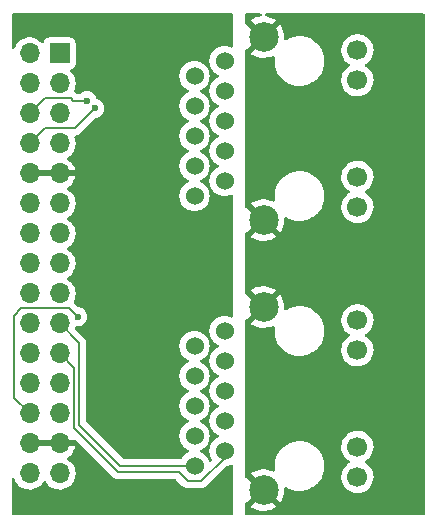
<source format=gbl>
%TF.GenerationSoftware,KiCad,Pcbnew,6.0.0*%
%TF.CreationDate,2022-01-23T14:05:37+02:00*%
%TF.ProjectId,colorlight-i5-ethernet,636f6c6f-726c-4696-9768-742d69352d65,rev?*%
%TF.SameCoordinates,Original*%
%TF.FileFunction,Copper,L2,Bot*%
%TF.FilePolarity,Positive*%
%FSLAX46Y46*%
G04 Gerber Fmt 4.6, Leading zero omitted, Abs format (unit mm)*
G04 Created by KiCad (PCBNEW 6.0.0) date 2022-01-23 14:05:37*
%MOMM*%
%LPD*%
G01*
G04 APERTURE LIST*
%TA.AperFunction,ComponentPad*%
%ADD10C,2.500000*%
%TD*%
%TA.AperFunction,ComponentPad*%
%ADD11C,1.700000*%
%TD*%
%TA.AperFunction,ComponentPad*%
%ADD12C,1.524000*%
%TD*%
%TA.AperFunction,ComponentPad*%
%ADD13R,1.700000X1.700000*%
%TD*%
%TA.AperFunction,ComponentPad*%
%ADD14O,1.700000X1.700000*%
%TD*%
%TA.AperFunction,ViaPad*%
%ADD15C,0.600000*%
%TD*%
%TA.AperFunction,Conductor*%
%ADD16C,0.200000*%
%TD*%
G04 APERTURE END LIST*
D10*
%TO.P,J2,SH*%
%TO.N,Earth*%
X52830000Y-24000000D03*
X52830000Y-39500000D03*
D11*
%TO.P,J2,14*%
%TO.N,Net-(J2-Pad14)*%
X60780000Y-25120000D03*
%TO.P,J2,13*%
%TO.N,Net-(J2-Pad13)*%
X60780000Y-27660000D03*
%TO.P,J2,12*%
%TO.N,Net-(J2-Pad12)*%
X60780000Y-35840000D03*
%TO.P,J2,11*%
%TO.N,Net-(J2-Pad11)*%
X60780000Y-38380000D03*
D12*
%TO.P,J2,10*%
%TO.N,/ETH1_4_N*%
X49530000Y-26035000D03*
%TO.P,J2,9*%
%TO.N,/ETH1_4_P*%
X46990000Y-27305000D03*
%TO.P,J2,8*%
%TO.N,/ETH1_3_N*%
X49530000Y-28575000D03*
%TO.P,J2,7*%
%TO.N,/ETH1_3_P*%
X46990000Y-29845000D03*
%TO.P,J2,6*%
%TO.N,Net-(C1-Pad1)*%
X49530000Y-31115000D03*
%TO.P,J2,5*%
X46990000Y-32385000D03*
%TO.P,J2,4*%
%TO.N,/ETH1_2_N*%
X49530000Y-33655000D03*
%TO.P,J2,3*%
%TO.N,/ETH1_2_P*%
X46990000Y-34925000D03*
%TO.P,J2,2*%
%TO.N,/ETH1_1_N*%
X49530000Y-36195000D03*
%TO.P,J2,1*%
%TO.N,/ETH1_1_P*%
X46990000Y-37465000D03*
%TD*%
D10*
%TO.P,J3,SH*%
%TO.N,Earth*%
X52830000Y-46860000D03*
X52830000Y-62360000D03*
D11*
%TO.P,J3,14*%
%TO.N,Net-(J3-Pad14)*%
X60780000Y-47980000D03*
%TO.P,J3,13*%
%TO.N,Net-(J3-Pad13)*%
X60780000Y-50520000D03*
%TO.P,J3,12*%
%TO.N,Net-(J3-Pad12)*%
X60780000Y-58700000D03*
%TO.P,J3,11*%
%TO.N,Net-(J3-Pad11)*%
X60780000Y-61240000D03*
D12*
%TO.P,J3,10*%
%TO.N,/ETH2_4_N*%
X49530000Y-48895000D03*
%TO.P,J3,9*%
%TO.N,/ETH2_4_P*%
X46990000Y-50165000D03*
%TO.P,J3,8*%
%TO.N,/ETH2_3_N*%
X49530000Y-51435000D03*
%TO.P,J3,7*%
%TO.N,/ETH2_3_P*%
X46990000Y-52705000D03*
%TO.P,J3,6*%
%TO.N,Net-(C2-Pad1)*%
X49530000Y-53975000D03*
%TO.P,J3,5*%
X46990000Y-55245000D03*
%TO.P,J3,4*%
%TO.N,/ETH2_2_N*%
X49530000Y-56515000D03*
%TO.P,J3,3*%
%TO.N,/ETH2_2_P*%
X46990000Y-57785000D03*
%TO.P,J3,2*%
%TO.N,/ETH2_1_N*%
X49530000Y-59055000D03*
%TO.P,J3,1*%
%TO.N,/ETH2_1_P*%
X46990000Y-60325000D03*
%TD*%
D13*
%TO.P,J1,1*%
%TO.N,/ETH1_2_P*%
X35560000Y-25400000D03*
D14*
%TO.P,J1,30*%
%TO.N,/ETH1_4_P*%
X33020000Y-25400000D03*
%TO.P,J1,2*%
%TO.N,/ETH1_2_N*%
X35560000Y-27940000D03*
%TO.P,J1,29*%
%TO.N,/ETH1_4_N*%
X33020000Y-27940000D03*
%TO.P,J1,3*%
%TO.N,/ETH1_1_N*%
X35560000Y-30480000D03*
%TO.P,J1,28*%
%TO.N,/ETH1_3_N*%
X33020000Y-30480000D03*
%TO.P,J1,4*%
%TO.N,/ETH1_1_P*%
X35560000Y-33020000D03*
%TO.P,J1,27*%
%TO.N,/ETH1_3_P*%
X33020000Y-33020000D03*
%TO.P,J1,5*%
%TO.N,GND*%
X35560000Y-35560000D03*
%TO.P,J1,26*%
X33020000Y-35560000D03*
%TO.P,J1,6*%
%TO.N,Net-(J1-Pad6)*%
X35560000Y-38100000D03*
%TO.P,J1,25*%
%TO.N,Net-(J1-Pad25)*%
X33020000Y-38100000D03*
%TO.P,J1,7*%
%TO.N,Net-(J1-Pad7)*%
X35560000Y-40640000D03*
%TO.P,J1,24*%
%TO.N,Net-(J1-Pad24)*%
X33020000Y-40640000D03*
%TO.P,J1,8*%
%TO.N,Net-(J1-Pad8)*%
X35560000Y-43180000D03*
%TO.P,J1,23*%
%TO.N,GND*%
X33020000Y-43180000D03*
%TO.P,J1,9*%
%TO.N,Net-(J1-Pad9)*%
X35560000Y-45720000D03*
%TO.P,J1,22*%
%TO.N,Net-(J1-Pad22)*%
X33020000Y-45720000D03*
%TO.P,J1,10*%
%TO.N,/ETH2_1_P*%
X35560000Y-48260000D03*
%TO.P,J1,21*%
%TO.N,/ETH2_3_P*%
X33020000Y-48260000D03*
%TO.P,J1,11*%
%TO.N,/ETH2_1_N*%
X35560000Y-50800000D03*
%TO.P,J1,20*%
%TO.N,/ETH2_3_N*%
X33020000Y-50800000D03*
%TO.P,J1,12*%
%TO.N,/ETH2_2_N*%
X35560000Y-53340000D03*
%TO.P,J1,19*%
%TO.N,/ETH2_4_N*%
X33020000Y-53340000D03*
%TO.P,J1,13*%
%TO.N,/ETH2_2_P*%
X35560000Y-55880000D03*
%TO.P,J1,18*%
%TO.N,/ETH2_4_P*%
X33020000Y-55880000D03*
%TO.P,J1,14*%
%TO.N,GND*%
X35560000Y-58420000D03*
%TO.P,J1,17*%
X33020000Y-58420000D03*
%TO.P,J1,15*%
%TO.N,Net-(J1-Pad15)*%
X35560000Y-60960000D03*
%TO.P,J1,16*%
%TO.N,Net-(J1-Pad16)*%
X33020000Y-60960000D03*
%TD*%
D15*
%TO.N,GND*%
X46736000Y-43180000D03*
X46736000Y-42164000D03*
X46736000Y-41148000D03*
X46736000Y-44196000D03*
X46736000Y-45212000D03*
X40132000Y-32385000D03*
X40132000Y-55245000D03*
X37338000Y-37211000D03*
X37338000Y-39370000D03*
X37338000Y-41910000D03*
X42926000Y-58801000D03*
X42037000Y-58801000D03*
X43815000Y-58775600D03*
X42037000Y-61849000D03*
X42926000Y-61849000D03*
X43815000Y-61849000D03*
%TO.N,Earth*%
X54610000Y-41148000D03*
X66040000Y-43180000D03*
X54610000Y-43180000D03*
X54610000Y-42164000D03*
X54610000Y-45212000D03*
X54610000Y-44196000D03*
X66040000Y-41148000D03*
X66040000Y-39116000D03*
X66040000Y-37084000D03*
X66040000Y-35052000D03*
X66040000Y-33020000D03*
X66040000Y-30988000D03*
X66040000Y-28956000D03*
X66040000Y-26924000D03*
X66040000Y-24892000D03*
X66040000Y-22860000D03*
X66040000Y-45212000D03*
X66040000Y-47244000D03*
X66040000Y-49276000D03*
X66040000Y-51308000D03*
X66040000Y-53340000D03*
X66040000Y-55372000D03*
X66040000Y-57404000D03*
X66040000Y-59436000D03*
X66040000Y-61468000D03*
X66040000Y-63500000D03*
%TO.N,/ETH1_3_N*%
X37909500Y-29400500D03*
%TO.N,/ETH1_3_P*%
X38544500Y-30035500D03*
%TO.N,/ETH2_4_P*%
X37084000Y-47688500D03*
%TD*%
D16*
%TO.N,/ETH1_3_N*%
X36512500Y-29210000D02*
X34290000Y-29210000D01*
X34290000Y-29210000D02*
X33020000Y-30480000D01*
X36703000Y-29400500D02*
X36512500Y-29210000D01*
X37909500Y-29400500D02*
X36703000Y-29400500D01*
%TO.N,/ETH1_3_P*%
X34290000Y-31750000D02*
X34163000Y-31877000D01*
X36830000Y-31750000D02*
X34290000Y-31750000D01*
X34163000Y-31877000D02*
X33020000Y-33020000D01*
X38544500Y-30035500D02*
X36830000Y-31750000D01*
%TO.N,/ETH2_4_P*%
X37084000Y-47688500D02*
X36385500Y-46990000D01*
X33020000Y-55880000D02*
X31686500Y-54546500D01*
X31686500Y-54546500D02*
X31686500Y-47625000D01*
X32321500Y-46990000D02*
X35179000Y-46990000D01*
X31686500Y-47625000D02*
X32321500Y-46990000D01*
X36385500Y-46990000D02*
X35179000Y-46990000D01*
%TO.N,/ETH2_1_N*%
X47561500Y-61595000D02*
X49530000Y-59626500D01*
X46418500Y-61595000D02*
X47561500Y-61595000D01*
X49530000Y-59626500D02*
X49530000Y-59055000D01*
X45656500Y-60833000D02*
X46418500Y-61595000D01*
X40513000Y-60833000D02*
X45656500Y-60833000D01*
X36766500Y-57086500D02*
X40513000Y-60833000D01*
X36766500Y-52006500D02*
X36766500Y-57086500D01*
X35560000Y-50800000D02*
X36766500Y-52006500D01*
%TO.N,/ETH2_1_P*%
X40703500Y-60325000D02*
X46990000Y-60325000D01*
X37211000Y-56832500D02*
X40703500Y-60325000D01*
X37211000Y-49911000D02*
X37211000Y-56832500D01*
X35560000Y-48260000D02*
X37211000Y-49911000D01*
%TD*%
%TA.AperFunction,Conductor*%
%TO.N,Earth*%
G36*
X52637636Y-22028002D02*
G01*
X52684129Y-22081658D01*
X52694233Y-22151932D01*
X52664739Y-22216512D01*
X52605013Y-22254896D01*
X52586506Y-22258849D01*
X52468097Y-22274964D01*
X52458978Y-22276902D01*
X52217098Y-22347404D01*
X52208367Y-22350667D01*
X51979558Y-22456151D01*
X51971406Y-22460670D01*
X51792353Y-22578062D01*
X51783216Y-22588803D01*
X51787789Y-22598579D01*
X52817188Y-23627978D01*
X52831132Y-23635592D01*
X52832965Y-23635461D01*
X52839580Y-23631210D01*
X53868419Y-22602371D01*
X53874803Y-22590681D01*
X53865391Y-22578570D01*
X53728593Y-22483670D01*
X53720565Y-22478942D01*
X53494593Y-22367505D01*
X53485960Y-22364017D01*
X53245998Y-22287205D01*
X53236938Y-22285029D01*
X53073197Y-22258362D01*
X53009178Y-22227670D01*
X52971914Y-22167238D01*
X52973238Y-22096254D01*
X53012728Y-22037254D01*
X53077848Y-22008970D01*
X53093451Y-22008000D01*
X66366000Y-22008000D01*
X66434121Y-22028002D01*
X66480614Y-22081658D01*
X66492000Y-22134000D01*
X66492000Y-64366000D01*
X66471998Y-64434121D01*
X66418342Y-64480614D01*
X66366000Y-64492000D01*
X51376000Y-64492000D01*
X51307879Y-64471998D01*
X51261386Y-64418342D01*
X51250000Y-64366000D01*
X51250000Y-63769133D01*
X51785612Y-63769133D01*
X51794325Y-63780653D01*
X51892018Y-63852284D01*
X51899928Y-63857227D01*
X52122890Y-63974533D01*
X52131453Y-63978256D01*
X52369304Y-64061318D01*
X52378313Y-64063732D01*
X52625842Y-64110727D01*
X52635098Y-64111781D01*
X52886857Y-64121673D01*
X52896171Y-64121347D01*
X53146615Y-64093920D01*
X53155792Y-64092219D01*
X53399431Y-64028074D01*
X53408251Y-64025037D01*
X53639736Y-63925583D01*
X53648008Y-63921276D01*
X53862249Y-63788700D01*
X53869188Y-63783658D01*
X53877518Y-63771019D01*
X53871456Y-63760666D01*
X52842812Y-62732022D01*
X52828868Y-62724408D01*
X52827035Y-62724539D01*
X52820420Y-62728790D01*
X51792270Y-63756940D01*
X51785612Y-63769133D01*
X51250000Y-63769133D01*
X51250000Y-63528424D01*
X51270002Y-63460303D01*
X51323658Y-63413810D01*
X51385095Y-63404977D01*
X51385250Y-63402840D01*
X51419120Y-63405303D01*
X51433123Y-63397667D01*
X52457978Y-62372812D01*
X52465592Y-62358868D01*
X52465461Y-62357035D01*
X52461210Y-62350420D01*
X51431321Y-61320531D01*
X51417377Y-61312917D01*
X51384989Y-61315233D01*
X51315615Y-61300142D01*
X51265413Y-61249940D01*
X51250000Y-61189554D01*
X51250000Y-60948803D01*
X51783216Y-60948803D01*
X51787789Y-60958579D01*
X54229913Y-63400703D01*
X54242293Y-63407463D01*
X54250634Y-63401219D01*
X54376765Y-63205127D01*
X54381212Y-63196936D01*
X54484691Y-62967222D01*
X54487882Y-62958455D01*
X54556269Y-62715976D01*
X54558129Y-62706834D01*
X54590116Y-62455396D01*
X54590597Y-62449108D01*
X54592847Y-62363160D01*
X54592696Y-62356851D01*
X54584252Y-62243227D01*
X54599151Y-62173811D01*
X54649214Y-62123470D01*
X54718545Y-62108186D01*
X54768865Y-62122535D01*
X55020392Y-62255712D01*
X55098160Y-62284171D01*
X55279194Y-62350420D01*
X55290373Y-62354511D01*
X55571264Y-62415755D01*
X55599841Y-62418004D01*
X55794282Y-62433307D01*
X55794291Y-62433307D01*
X55796739Y-62433500D01*
X55952271Y-62433500D01*
X55954407Y-62433354D01*
X55954418Y-62433354D01*
X56162548Y-62419165D01*
X56162554Y-62419164D01*
X56166825Y-62418873D01*
X56171020Y-62418004D01*
X56171022Y-62418004D01*
X56307584Y-62389723D01*
X56448342Y-62360574D01*
X56719343Y-62264607D01*
X56974812Y-62132750D01*
X56978313Y-62130289D01*
X56978317Y-62130287D01*
X57105802Y-62040689D01*
X57210023Y-61967441D01*
X57331437Y-61854616D01*
X57417479Y-61774661D01*
X57417481Y-61774658D01*
X57420622Y-61771740D01*
X57602713Y-61549268D01*
X57752927Y-61304142D01*
X57795704Y-61206695D01*
X59417251Y-61206695D01*
X59417548Y-61211848D01*
X59417548Y-61211851D01*
X59429812Y-61424547D01*
X59430110Y-61429715D01*
X59431247Y-61434761D01*
X59431248Y-61434767D01*
X59451119Y-61522939D01*
X59479222Y-61647639D01*
X59563266Y-61854616D01*
X59679987Y-62045088D01*
X59826250Y-62213938D01*
X59889005Y-62266038D01*
X59993795Y-62353036D01*
X59998126Y-62356632D01*
X60191000Y-62469338D01*
X60399692Y-62549030D01*
X60404760Y-62550061D01*
X60404763Y-62550062D01*
X60512017Y-62571883D01*
X60618597Y-62593567D01*
X60623772Y-62593757D01*
X60623774Y-62593757D01*
X60836673Y-62601564D01*
X60836677Y-62601564D01*
X60841837Y-62601753D01*
X60846957Y-62601097D01*
X60846959Y-62601097D01*
X61058288Y-62574025D01*
X61058289Y-62574025D01*
X61063416Y-62573368D01*
X61068366Y-62571883D01*
X61272429Y-62510661D01*
X61272434Y-62510659D01*
X61277384Y-62509174D01*
X61477994Y-62410896D01*
X61659860Y-62281173D01*
X61818096Y-62123489D01*
X61877594Y-62040689D01*
X61945435Y-61946277D01*
X61948453Y-61942077D01*
X62047430Y-61741811D01*
X62105929Y-61549268D01*
X62110865Y-61533023D01*
X62110865Y-61533021D01*
X62112370Y-61528069D01*
X62141529Y-61306590D01*
X62143156Y-61240000D01*
X62124852Y-61017361D01*
X62070431Y-60800702D01*
X61981354Y-60595840D01*
X61891989Y-60457703D01*
X61862822Y-60412617D01*
X61862820Y-60412614D01*
X61860014Y-60408277D01*
X61709670Y-60243051D01*
X61705619Y-60239852D01*
X61705615Y-60239848D01*
X61538414Y-60107800D01*
X61538410Y-60107798D01*
X61534359Y-60104598D01*
X61493053Y-60081796D01*
X61443084Y-60031364D01*
X61428312Y-59961921D01*
X61453428Y-59895516D01*
X61480780Y-59868909D01*
X61524603Y-59837650D01*
X61659860Y-59741173D01*
X61818096Y-59583489D01*
X61877594Y-59500689D01*
X61945435Y-59406277D01*
X61948453Y-59402077D01*
X61964566Y-59369476D01*
X62045136Y-59206453D01*
X62045137Y-59206451D01*
X62047430Y-59201811D01*
X62112370Y-58988069D01*
X62141529Y-58766590D01*
X62143156Y-58700000D01*
X62124852Y-58477361D01*
X62070431Y-58260702D01*
X61981354Y-58055840D01*
X61860014Y-57868277D01*
X61709670Y-57703051D01*
X61705619Y-57699852D01*
X61705615Y-57699848D01*
X61538414Y-57567800D01*
X61538410Y-57567798D01*
X61534359Y-57564598D01*
X61338789Y-57456638D01*
X61333920Y-57454914D01*
X61333916Y-57454912D01*
X61133087Y-57383795D01*
X61133083Y-57383794D01*
X61128212Y-57382069D01*
X61123119Y-57381162D01*
X61123116Y-57381161D01*
X60913373Y-57343800D01*
X60913367Y-57343799D01*
X60908284Y-57342894D01*
X60834452Y-57341992D01*
X60690081Y-57340228D01*
X60690079Y-57340228D01*
X60684911Y-57340165D01*
X60464091Y-57373955D01*
X60251756Y-57443357D01*
X60053607Y-57546507D01*
X60049474Y-57549610D01*
X60049471Y-57549612D01*
X60025247Y-57567800D01*
X59874965Y-57680635D01*
X59720629Y-57842138D01*
X59594743Y-58026680D01*
X59500688Y-58229305D01*
X59440989Y-58444570D01*
X59417251Y-58666695D01*
X59417548Y-58671848D01*
X59417548Y-58671851D01*
X59429641Y-58881579D01*
X59430110Y-58889715D01*
X59431247Y-58894761D01*
X59431248Y-58894767D01*
X59431935Y-58897814D01*
X59479222Y-59107639D01*
X59563266Y-59314616D01*
X59679987Y-59505088D01*
X59826250Y-59673938D01*
X59998126Y-59816632D01*
X60068595Y-59857811D01*
X60071445Y-59859476D01*
X60120169Y-59911114D01*
X60133240Y-59980897D01*
X60106509Y-60046669D01*
X60066055Y-60080027D01*
X60053607Y-60086507D01*
X60049474Y-60089610D01*
X60049471Y-60089612D01*
X59906999Y-60196583D01*
X59874965Y-60220635D01*
X59720629Y-60382138D01*
X59594743Y-60566680D01*
X59577551Y-60603717D01*
X59519717Y-60728311D01*
X59500688Y-60769305D01*
X59440989Y-60984570D01*
X59417251Y-61206695D01*
X57795704Y-61206695D01*
X57797957Y-61201562D01*
X57866757Y-61044830D01*
X57868483Y-61040898D01*
X57884529Y-60984570D01*
X57946068Y-60768534D01*
X57947244Y-60764406D01*
X57987751Y-60479784D01*
X57987845Y-60461951D01*
X57989235Y-60196583D01*
X57989235Y-60196576D01*
X57989257Y-60192297D01*
X57975330Y-60086507D01*
X57963498Y-59996638D01*
X57951732Y-59907266D01*
X57875871Y-59629964D01*
X57780460Y-59406277D01*
X57764763Y-59369476D01*
X57764761Y-59369472D01*
X57763077Y-59365524D01*
X57615439Y-59118839D01*
X57435687Y-58894472D01*
X57227149Y-58696577D01*
X56993683Y-58528814D01*
X56971843Y-58517250D01*
X56844276Y-58449707D01*
X56739608Y-58394288D01*
X56469627Y-58295489D01*
X56188736Y-58234245D01*
X56157685Y-58231801D01*
X55965718Y-58216693D01*
X55965709Y-58216693D01*
X55963261Y-58216500D01*
X55807729Y-58216500D01*
X55805593Y-58216646D01*
X55805582Y-58216646D01*
X55597452Y-58230835D01*
X55597446Y-58230836D01*
X55593175Y-58231127D01*
X55588980Y-58231996D01*
X55588978Y-58231996D01*
X55473289Y-58255954D01*
X55311658Y-58289426D01*
X55040657Y-58385393D01*
X54785188Y-58517250D01*
X54781687Y-58519711D01*
X54781683Y-58519713D01*
X54771594Y-58526804D01*
X54549977Y-58682559D01*
X54339378Y-58878260D01*
X54157287Y-59100732D01*
X54007073Y-59345858D01*
X53891517Y-59609102D01*
X53812756Y-59885594D01*
X53772249Y-60170216D01*
X53772227Y-60174505D01*
X53772226Y-60174512D01*
X53770979Y-60412617D01*
X53770743Y-60457703D01*
X53771302Y-60461947D01*
X53771302Y-60461951D01*
X53797134Y-60658163D01*
X53786195Y-60728311D01*
X53739067Y-60781410D01*
X53670713Y-60800600D01*
X53616484Y-60787615D01*
X53494593Y-60727505D01*
X53485960Y-60724017D01*
X53245998Y-60647205D01*
X53236938Y-60645029D01*
X52988260Y-60604529D01*
X52978973Y-60603717D01*
X52727053Y-60600419D01*
X52717742Y-60600989D01*
X52468097Y-60634964D01*
X52458978Y-60636902D01*
X52217098Y-60707404D01*
X52208367Y-60710667D01*
X51979558Y-60816151D01*
X51971406Y-60820670D01*
X51792353Y-60938062D01*
X51783216Y-60948803D01*
X51250000Y-60948803D01*
X51250000Y-48269133D01*
X51785612Y-48269133D01*
X51794325Y-48280653D01*
X51892018Y-48352284D01*
X51899928Y-48357227D01*
X52122890Y-48474533D01*
X52131453Y-48478256D01*
X52369304Y-48561318D01*
X52378313Y-48563732D01*
X52625842Y-48610727D01*
X52635098Y-48611781D01*
X52886857Y-48621673D01*
X52896171Y-48621347D01*
X53146615Y-48593920D01*
X53155792Y-48592219D01*
X53399431Y-48528074D01*
X53408251Y-48525037D01*
X53622489Y-48432993D01*
X53692974Y-48424481D01*
X53756871Y-48455426D01*
X53793895Y-48516005D01*
X53796970Y-48566514D01*
X53779926Y-48686277D01*
X53772249Y-48740216D01*
X53772227Y-48744505D01*
X53772226Y-48744512D01*
X53771129Y-48953938D01*
X53770743Y-49027703D01*
X53771302Y-49031947D01*
X53771302Y-49031951D01*
X53779818Y-49096632D01*
X53808268Y-49312734D01*
X53884129Y-49590036D01*
X53885813Y-49593984D01*
X53993598Y-49846680D01*
X53996923Y-49854476D01*
X54007107Y-49871492D01*
X54135320Y-50085720D01*
X54144561Y-50101161D01*
X54324313Y-50325528D01*
X54341397Y-50341740D01*
X54525710Y-50516646D01*
X54532851Y-50523423D01*
X54766317Y-50691186D01*
X54770112Y-50693195D01*
X54770113Y-50693196D01*
X54791551Y-50704547D01*
X55020392Y-50825712D01*
X55290373Y-50924511D01*
X55571264Y-50985755D01*
X55599841Y-50988004D01*
X55794282Y-51003307D01*
X55794291Y-51003307D01*
X55796739Y-51003500D01*
X55952271Y-51003500D01*
X55954407Y-51003354D01*
X55954418Y-51003354D01*
X56162548Y-50989165D01*
X56162554Y-50989164D01*
X56166825Y-50988873D01*
X56171020Y-50988004D01*
X56171022Y-50988004D01*
X56307583Y-50959724D01*
X56448342Y-50930574D01*
X56719343Y-50834607D01*
X56807362Y-50789177D01*
X56971005Y-50704715D01*
X56971006Y-50704715D01*
X56974812Y-50702750D01*
X56978313Y-50700289D01*
X56978317Y-50700287D01*
X57140091Y-50586590D01*
X57210023Y-50537441D01*
X57264632Y-50486695D01*
X59417251Y-50486695D01*
X59417548Y-50491848D01*
X59417548Y-50491851D01*
X59423011Y-50586590D01*
X59430110Y-50709715D01*
X59431247Y-50714761D01*
X59431248Y-50714767D01*
X59451119Y-50802939D01*
X59479222Y-50927639D01*
X59563266Y-51134616D01*
X59679987Y-51325088D01*
X59826250Y-51493938D01*
X59998126Y-51636632D01*
X60191000Y-51749338D01*
X60399692Y-51829030D01*
X60404760Y-51830061D01*
X60404763Y-51830062D01*
X60512017Y-51851883D01*
X60618597Y-51873567D01*
X60623772Y-51873757D01*
X60623774Y-51873757D01*
X60836673Y-51881564D01*
X60836677Y-51881564D01*
X60841837Y-51881753D01*
X60846957Y-51881097D01*
X60846959Y-51881097D01*
X61058288Y-51854025D01*
X61058289Y-51854025D01*
X61063416Y-51853368D01*
X61068366Y-51851883D01*
X61272429Y-51790661D01*
X61272434Y-51790659D01*
X61277384Y-51789174D01*
X61477994Y-51690896D01*
X61659860Y-51561173D01*
X61818096Y-51403489D01*
X61877594Y-51320689D01*
X61945435Y-51226277D01*
X61948453Y-51222077D01*
X62047430Y-51021811D01*
X62104307Y-50834607D01*
X62110865Y-50813023D01*
X62110865Y-50813021D01*
X62112370Y-50808069D01*
X62141529Y-50586590D01*
X62143011Y-50525926D01*
X62143074Y-50523365D01*
X62143074Y-50523361D01*
X62143156Y-50520000D01*
X62124852Y-50297361D01*
X62070431Y-50080702D01*
X61981354Y-49875840D01*
X61860014Y-49688277D01*
X61709670Y-49523051D01*
X61705619Y-49519852D01*
X61705615Y-49519848D01*
X61538414Y-49387800D01*
X61538410Y-49387798D01*
X61534359Y-49384598D01*
X61493053Y-49361796D01*
X61443084Y-49311364D01*
X61428312Y-49241921D01*
X61453428Y-49175516D01*
X61480780Y-49148909D01*
X61524603Y-49117650D01*
X61659860Y-49021173D01*
X61818096Y-48863489D01*
X61877594Y-48780689D01*
X61945435Y-48686277D01*
X61948453Y-48682077D01*
X61978307Y-48621673D01*
X62045136Y-48486453D01*
X62045137Y-48486451D01*
X62047430Y-48481811D01*
X62112370Y-48268069D01*
X62141529Y-48046590D01*
X62143156Y-47980000D01*
X62124852Y-47757361D01*
X62070431Y-47540702D01*
X61981354Y-47335840D01*
X61936546Y-47266577D01*
X61862822Y-47152617D01*
X61862820Y-47152614D01*
X61860014Y-47148277D01*
X61709670Y-46983051D01*
X61705619Y-46979852D01*
X61705615Y-46979848D01*
X61538414Y-46847800D01*
X61538410Y-46847798D01*
X61534359Y-46844598D01*
X61338789Y-46736638D01*
X61333920Y-46734914D01*
X61333916Y-46734912D01*
X61133087Y-46663795D01*
X61133083Y-46663794D01*
X61128212Y-46662069D01*
X61123119Y-46661162D01*
X61123116Y-46661161D01*
X60913373Y-46623800D01*
X60913367Y-46623799D01*
X60908284Y-46622894D01*
X60834452Y-46621992D01*
X60690081Y-46620228D01*
X60690079Y-46620228D01*
X60684911Y-46620165D01*
X60464091Y-46653955D01*
X60251756Y-46723357D01*
X60053607Y-46826507D01*
X60049474Y-46829610D01*
X60049471Y-46829612D01*
X59881925Y-46955409D01*
X59874965Y-46960635D01*
X59720629Y-47122138D01*
X59594743Y-47306680D01*
X59579003Y-47340590D01*
X59522867Y-47461525D01*
X59500688Y-47509305D01*
X59440989Y-47724570D01*
X59417251Y-47946695D01*
X59417548Y-47951848D01*
X59417548Y-47951851D01*
X59423011Y-48046590D01*
X59430110Y-48169715D01*
X59431247Y-48174761D01*
X59431248Y-48174767D01*
X59449767Y-48256940D01*
X59479222Y-48387639D01*
X59563266Y-48594616D01*
X59614019Y-48677438D01*
X59666021Y-48762297D01*
X59679987Y-48785088D01*
X59826250Y-48953938D01*
X59998126Y-49096632D01*
X60068595Y-49137811D01*
X60071445Y-49139476D01*
X60120169Y-49191114D01*
X60133240Y-49260897D01*
X60106509Y-49326669D01*
X60066055Y-49360027D01*
X60053607Y-49366507D01*
X60049474Y-49369610D01*
X60049471Y-49369612D01*
X60025247Y-49387800D01*
X59874965Y-49500635D01*
X59871393Y-49504373D01*
X59785759Y-49593984D01*
X59720629Y-49662138D01*
X59594743Y-49846680D01*
X59500688Y-50049305D01*
X59440989Y-50264570D01*
X59417251Y-50486695D01*
X57264632Y-50486695D01*
X57420622Y-50341740D01*
X57602713Y-50119268D01*
X57752927Y-49874142D01*
X57868483Y-49610898D01*
X57947244Y-49334406D01*
X57987751Y-49049784D01*
X57987845Y-49031951D01*
X57989235Y-48766583D01*
X57989235Y-48766576D01*
X57989257Y-48762297D01*
X57951732Y-48477266D01*
X57875871Y-48199964D01*
X57809022Y-48043240D01*
X57764763Y-47939476D01*
X57764761Y-47939472D01*
X57763077Y-47935524D01*
X57688527Y-47810960D01*
X57617643Y-47692521D01*
X57617640Y-47692517D01*
X57615439Y-47688839D01*
X57435687Y-47464472D01*
X57312289Y-47347372D01*
X57230258Y-47269527D01*
X57230255Y-47269525D01*
X57227149Y-47266577D01*
X56993683Y-47098814D01*
X56971843Y-47087250D01*
X56948654Y-47074972D01*
X56739608Y-46964288D01*
X56469627Y-46865489D01*
X56188736Y-46804245D01*
X56157685Y-46801801D01*
X55965718Y-46786693D01*
X55965709Y-46786693D01*
X55963261Y-46786500D01*
X55807729Y-46786500D01*
X55805593Y-46786646D01*
X55805582Y-46786646D01*
X55597452Y-46800835D01*
X55597446Y-46800836D01*
X55593175Y-46801127D01*
X55588980Y-46801996D01*
X55588978Y-46801996D01*
X55482155Y-46824118D01*
X55311658Y-46859426D01*
X55040657Y-46955393D01*
X54785188Y-47087250D01*
X54781675Y-47089719D01*
X54778805Y-47091457D01*
X54710175Y-47109636D01*
X54642612Y-47087826D01*
X54597565Y-47032950D01*
X54588541Y-46967778D01*
X54590115Y-46955409D01*
X54590597Y-46949108D01*
X54592847Y-46863160D01*
X54592696Y-46856851D01*
X54573912Y-46604074D01*
X54572536Y-46594868D01*
X54516929Y-46349126D01*
X54514205Y-46340215D01*
X54422888Y-46105392D01*
X54418877Y-46096983D01*
X54293854Y-45878240D01*
X54288643Y-45870514D01*
X54251391Y-45823261D01*
X54239466Y-45814790D01*
X54227934Y-45821276D01*
X51792270Y-48256940D01*
X51785612Y-48269133D01*
X51250000Y-48269133D01*
X51250000Y-48028424D01*
X51270002Y-47960303D01*
X51323658Y-47913810D01*
X51385095Y-47904977D01*
X51385250Y-47902840D01*
X51419120Y-47905303D01*
X51433123Y-47897667D01*
X52457978Y-46872812D01*
X52465592Y-46858868D01*
X52465461Y-46857035D01*
X52461210Y-46850420D01*
X51431321Y-45820531D01*
X51417377Y-45812917D01*
X51384989Y-45815233D01*
X51315615Y-45800142D01*
X51265413Y-45749940D01*
X51250000Y-45689554D01*
X51250000Y-45448803D01*
X51783216Y-45448803D01*
X51787789Y-45458579D01*
X52817188Y-46487978D01*
X52831132Y-46495592D01*
X52832965Y-46495461D01*
X52839580Y-46491210D01*
X53868419Y-45462371D01*
X53874803Y-45450681D01*
X53865391Y-45438570D01*
X53728593Y-45343670D01*
X53720565Y-45338942D01*
X53494593Y-45227505D01*
X53485960Y-45224017D01*
X53245998Y-45147205D01*
X53236938Y-45145029D01*
X52988260Y-45104529D01*
X52978973Y-45103717D01*
X52727053Y-45100419D01*
X52717742Y-45100989D01*
X52468097Y-45134964D01*
X52458978Y-45136902D01*
X52217098Y-45207404D01*
X52208367Y-45210667D01*
X51979558Y-45316151D01*
X51971406Y-45320670D01*
X51792353Y-45438062D01*
X51783216Y-45448803D01*
X51250000Y-45448803D01*
X51250000Y-40909133D01*
X51785612Y-40909133D01*
X51794325Y-40920653D01*
X51892018Y-40992284D01*
X51899928Y-40997227D01*
X52122890Y-41114533D01*
X52131453Y-41118256D01*
X52369304Y-41201318D01*
X52378313Y-41203732D01*
X52625842Y-41250727D01*
X52635098Y-41251781D01*
X52886857Y-41261673D01*
X52896171Y-41261347D01*
X53146615Y-41233920D01*
X53155792Y-41232219D01*
X53399431Y-41168074D01*
X53408251Y-41165037D01*
X53639736Y-41065583D01*
X53648008Y-41061276D01*
X53862249Y-40928700D01*
X53869188Y-40923658D01*
X53877518Y-40911019D01*
X53871456Y-40900666D01*
X52842812Y-39872022D01*
X52828868Y-39864408D01*
X52827035Y-39864539D01*
X52820420Y-39868790D01*
X51792270Y-40896940D01*
X51785612Y-40909133D01*
X51250000Y-40909133D01*
X51250000Y-40668424D01*
X51270002Y-40600303D01*
X51323658Y-40553810D01*
X51385095Y-40544977D01*
X51385250Y-40542840D01*
X51419120Y-40545303D01*
X51433123Y-40537667D01*
X52457978Y-39512812D01*
X52465592Y-39498868D01*
X52465461Y-39497035D01*
X52461210Y-39490420D01*
X51431321Y-38460531D01*
X51417377Y-38452917D01*
X51384989Y-38455233D01*
X51315615Y-38440142D01*
X51265413Y-38389940D01*
X51250000Y-38329554D01*
X51250000Y-38088803D01*
X51783216Y-38088803D01*
X51787789Y-38098579D01*
X54229913Y-40540703D01*
X54242293Y-40547463D01*
X54250634Y-40541219D01*
X54376765Y-40345127D01*
X54381212Y-40336936D01*
X54484691Y-40107222D01*
X54487882Y-40098455D01*
X54556269Y-39855976D01*
X54558129Y-39846834D01*
X54590116Y-39595396D01*
X54590597Y-39589108D01*
X54592847Y-39503160D01*
X54592696Y-39496851D01*
X54584252Y-39383227D01*
X54599151Y-39313811D01*
X54649214Y-39263470D01*
X54718545Y-39248186D01*
X54768865Y-39262535D01*
X55020392Y-39395712D01*
X55098160Y-39424171D01*
X55279194Y-39490420D01*
X55290373Y-39494511D01*
X55571264Y-39555755D01*
X55599841Y-39558004D01*
X55794282Y-39573307D01*
X55794291Y-39573307D01*
X55796739Y-39573500D01*
X55952271Y-39573500D01*
X55954407Y-39573354D01*
X55954418Y-39573354D01*
X56162548Y-39559165D01*
X56162554Y-39559164D01*
X56166825Y-39558873D01*
X56171020Y-39558004D01*
X56171022Y-39558004D01*
X56307584Y-39529723D01*
X56448342Y-39500574D01*
X56719343Y-39404607D01*
X56974812Y-39272750D01*
X56978313Y-39270289D01*
X56978317Y-39270287D01*
X57105802Y-39180689D01*
X57210023Y-39107441D01*
X57331437Y-38994616D01*
X57417479Y-38914661D01*
X57417481Y-38914658D01*
X57420622Y-38911740D01*
X57602713Y-38689268D01*
X57752927Y-38444142D01*
X57795704Y-38346695D01*
X59417251Y-38346695D01*
X59417548Y-38351848D01*
X59417548Y-38351851D01*
X59429812Y-38564547D01*
X59430110Y-38569715D01*
X59431247Y-38574761D01*
X59431248Y-38574767D01*
X59451119Y-38662939D01*
X59479222Y-38787639D01*
X59563266Y-38994616D01*
X59679987Y-39185088D01*
X59826250Y-39353938D01*
X59889005Y-39406038D01*
X59993795Y-39493036D01*
X59998126Y-39496632D01*
X60191000Y-39609338D01*
X60399692Y-39689030D01*
X60404760Y-39690061D01*
X60404763Y-39690062D01*
X60512017Y-39711883D01*
X60618597Y-39733567D01*
X60623772Y-39733757D01*
X60623774Y-39733757D01*
X60836673Y-39741564D01*
X60836677Y-39741564D01*
X60841837Y-39741753D01*
X60846957Y-39741097D01*
X60846959Y-39741097D01*
X61058288Y-39714025D01*
X61058289Y-39714025D01*
X61063416Y-39713368D01*
X61068366Y-39711883D01*
X61272429Y-39650661D01*
X61272434Y-39650659D01*
X61277384Y-39649174D01*
X61477994Y-39550896D01*
X61659860Y-39421173D01*
X61818096Y-39263489D01*
X61877594Y-39180689D01*
X61945435Y-39086277D01*
X61948453Y-39082077D01*
X62047430Y-38881811D01*
X62105929Y-38689268D01*
X62110865Y-38673023D01*
X62110865Y-38673021D01*
X62112370Y-38668069D01*
X62141529Y-38446590D01*
X62143156Y-38380000D01*
X62124852Y-38157361D01*
X62070431Y-37940702D01*
X61981354Y-37735840D01*
X61891989Y-37597703D01*
X61862822Y-37552617D01*
X61862820Y-37552614D01*
X61860014Y-37548277D01*
X61709670Y-37383051D01*
X61705619Y-37379852D01*
X61705615Y-37379848D01*
X61538414Y-37247800D01*
X61538410Y-37247798D01*
X61534359Y-37244598D01*
X61493053Y-37221796D01*
X61443084Y-37171364D01*
X61428312Y-37101921D01*
X61453428Y-37035516D01*
X61480780Y-37008909D01*
X61524603Y-36977650D01*
X61659860Y-36881173D01*
X61818096Y-36723489D01*
X61877594Y-36640689D01*
X61945435Y-36546277D01*
X61948453Y-36542077D01*
X61964566Y-36509476D01*
X62045136Y-36346453D01*
X62045137Y-36346451D01*
X62047430Y-36341811D01*
X62112370Y-36128069D01*
X62141529Y-35906590D01*
X62143156Y-35840000D01*
X62124852Y-35617361D01*
X62070431Y-35400702D01*
X61981354Y-35195840D01*
X61860014Y-35008277D01*
X61709670Y-34843051D01*
X61705619Y-34839852D01*
X61705615Y-34839848D01*
X61538414Y-34707800D01*
X61538410Y-34707798D01*
X61534359Y-34704598D01*
X61338789Y-34596638D01*
X61333920Y-34594914D01*
X61333916Y-34594912D01*
X61133087Y-34523795D01*
X61133083Y-34523794D01*
X61128212Y-34522069D01*
X61123119Y-34521162D01*
X61123116Y-34521161D01*
X60913373Y-34483800D01*
X60913367Y-34483799D01*
X60908284Y-34482894D01*
X60834452Y-34481992D01*
X60690081Y-34480228D01*
X60690079Y-34480228D01*
X60684911Y-34480165D01*
X60464091Y-34513955D01*
X60251756Y-34583357D01*
X60053607Y-34686507D01*
X60049474Y-34689610D01*
X60049471Y-34689612D01*
X60025247Y-34707800D01*
X59874965Y-34820635D01*
X59720629Y-34982138D01*
X59594743Y-35166680D01*
X59500688Y-35369305D01*
X59440989Y-35584570D01*
X59417251Y-35806695D01*
X59417548Y-35811848D01*
X59417548Y-35811851D01*
X59429641Y-36021579D01*
X59430110Y-36029715D01*
X59431247Y-36034761D01*
X59431248Y-36034767D01*
X59431935Y-36037814D01*
X59479222Y-36247639D01*
X59563266Y-36454616D01*
X59679987Y-36645088D01*
X59826250Y-36813938D01*
X59998126Y-36956632D01*
X60068595Y-36997811D01*
X60071445Y-36999476D01*
X60120169Y-37051114D01*
X60133240Y-37120897D01*
X60106509Y-37186669D01*
X60066055Y-37220027D01*
X60053607Y-37226507D01*
X60049474Y-37229610D01*
X60049471Y-37229612D01*
X59906999Y-37336583D01*
X59874965Y-37360635D01*
X59720629Y-37522138D01*
X59594743Y-37706680D01*
X59577551Y-37743717D01*
X59519717Y-37868311D01*
X59500688Y-37909305D01*
X59440989Y-38124570D01*
X59417251Y-38346695D01*
X57795704Y-38346695D01*
X57797957Y-38341562D01*
X57866757Y-38184830D01*
X57868483Y-38180898D01*
X57884529Y-38124570D01*
X57946068Y-37908534D01*
X57947244Y-37904406D01*
X57987751Y-37619784D01*
X57987845Y-37601951D01*
X57989235Y-37336583D01*
X57989235Y-37336576D01*
X57989257Y-37332297D01*
X57975330Y-37226507D01*
X57963498Y-37136638D01*
X57951732Y-37047266D01*
X57875871Y-36769964D01*
X57780460Y-36546277D01*
X57764763Y-36509476D01*
X57764761Y-36509472D01*
X57763077Y-36505524D01*
X57615439Y-36258839D01*
X57435687Y-36034472D01*
X57227149Y-35836577D01*
X56993683Y-35668814D01*
X56971843Y-35657250D01*
X56844276Y-35589707D01*
X56739608Y-35534288D01*
X56469627Y-35435489D01*
X56188736Y-35374245D01*
X56157685Y-35371801D01*
X55965718Y-35356693D01*
X55965709Y-35356693D01*
X55963261Y-35356500D01*
X55807729Y-35356500D01*
X55805593Y-35356646D01*
X55805582Y-35356646D01*
X55597452Y-35370835D01*
X55597446Y-35370836D01*
X55593175Y-35371127D01*
X55588980Y-35371996D01*
X55588978Y-35371996D01*
X55473289Y-35395954D01*
X55311658Y-35429426D01*
X55040657Y-35525393D01*
X54785188Y-35657250D01*
X54781687Y-35659711D01*
X54781683Y-35659713D01*
X54771594Y-35666804D01*
X54549977Y-35822559D01*
X54339378Y-36018260D01*
X54157287Y-36240732D01*
X54007073Y-36485858D01*
X53891517Y-36749102D01*
X53812756Y-37025594D01*
X53772249Y-37310216D01*
X53772227Y-37314505D01*
X53772226Y-37314512D01*
X53770979Y-37552617D01*
X53770743Y-37597703D01*
X53771302Y-37601947D01*
X53771302Y-37601951D01*
X53797134Y-37798163D01*
X53786195Y-37868311D01*
X53739067Y-37921410D01*
X53670713Y-37940600D01*
X53616484Y-37927615D01*
X53494593Y-37867505D01*
X53485960Y-37864017D01*
X53245998Y-37787205D01*
X53236938Y-37785029D01*
X52988260Y-37744529D01*
X52978973Y-37743717D01*
X52727053Y-37740419D01*
X52717742Y-37740989D01*
X52468097Y-37774964D01*
X52458978Y-37776902D01*
X52217098Y-37847404D01*
X52208367Y-37850667D01*
X51979558Y-37956151D01*
X51971406Y-37960670D01*
X51792353Y-38078062D01*
X51783216Y-38088803D01*
X51250000Y-38088803D01*
X51250000Y-25409133D01*
X51785612Y-25409133D01*
X51794325Y-25420653D01*
X51892018Y-25492284D01*
X51899928Y-25497227D01*
X52122890Y-25614533D01*
X52131453Y-25618256D01*
X52369304Y-25701318D01*
X52378313Y-25703732D01*
X52625842Y-25750727D01*
X52635098Y-25751781D01*
X52886857Y-25761673D01*
X52896171Y-25761347D01*
X53146615Y-25733920D01*
X53155792Y-25732219D01*
X53399431Y-25668074D01*
X53408251Y-25665037D01*
X53622489Y-25572993D01*
X53692974Y-25564481D01*
X53756871Y-25595426D01*
X53793895Y-25656005D01*
X53796970Y-25706514D01*
X53779926Y-25826277D01*
X53772249Y-25880216D01*
X53772227Y-25884505D01*
X53772226Y-25884512D01*
X53771129Y-26093938D01*
X53770743Y-26167703D01*
X53771302Y-26171947D01*
X53771302Y-26171951D01*
X53779818Y-26236632D01*
X53808268Y-26452734D01*
X53884129Y-26730036D01*
X53885813Y-26733984D01*
X53993598Y-26986680D01*
X53996923Y-26994476D01*
X54007107Y-27011492D01*
X54135320Y-27225720D01*
X54144561Y-27241161D01*
X54324313Y-27465528D01*
X54341397Y-27481740D01*
X54525710Y-27656646D01*
X54532851Y-27663423D01*
X54766317Y-27831186D01*
X54770112Y-27833195D01*
X54770113Y-27833196D01*
X54791551Y-27844547D01*
X55020392Y-27965712D01*
X55290373Y-28064511D01*
X55571264Y-28125755D01*
X55599841Y-28128004D01*
X55794282Y-28143307D01*
X55794291Y-28143307D01*
X55796739Y-28143500D01*
X55952271Y-28143500D01*
X55954407Y-28143354D01*
X55954418Y-28143354D01*
X56162548Y-28129165D01*
X56162554Y-28129164D01*
X56166825Y-28128873D01*
X56171020Y-28128004D01*
X56171022Y-28128004D01*
X56307584Y-28099723D01*
X56448342Y-28070574D01*
X56719343Y-27974607D01*
X56807362Y-27929177D01*
X56971005Y-27844715D01*
X56971006Y-27844715D01*
X56974812Y-27842750D01*
X56978313Y-27840289D01*
X56978317Y-27840287D01*
X57140091Y-27726590D01*
X57210023Y-27677441D01*
X57264632Y-27626695D01*
X59417251Y-27626695D01*
X59417548Y-27631848D01*
X59417548Y-27631851D01*
X59423011Y-27726590D01*
X59430110Y-27849715D01*
X59431247Y-27854761D01*
X59431248Y-27854767D01*
X59451119Y-27942939D01*
X59479222Y-28067639D01*
X59563266Y-28274616D01*
X59679987Y-28465088D01*
X59826250Y-28633938D01*
X59998126Y-28776632D01*
X60191000Y-28889338D01*
X60399692Y-28969030D01*
X60404760Y-28970061D01*
X60404763Y-28970062D01*
X60512017Y-28991883D01*
X60618597Y-29013567D01*
X60623772Y-29013757D01*
X60623774Y-29013757D01*
X60836673Y-29021564D01*
X60836677Y-29021564D01*
X60841837Y-29021753D01*
X60846957Y-29021097D01*
X60846959Y-29021097D01*
X61058288Y-28994025D01*
X61058289Y-28994025D01*
X61063416Y-28993368D01*
X61068366Y-28991883D01*
X61272429Y-28930661D01*
X61272434Y-28930659D01*
X61277384Y-28929174D01*
X61477994Y-28830896D01*
X61659860Y-28701173D01*
X61818096Y-28543489D01*
X61877594Y-28460689D01*
X61945435Y-28366277D01*
X61948453Y-28362077D01*
X62047430Y-28161811D01*
X62104307Y-27974607D01*
X62110865Y-27953023D01*
X62110865Y-27953021D01*
X62112370Y-27948069D01*
X62141529Y-27726590D01*
X62143011Y-27665926D01*
X62143074Y-27663365D01*
X62143074Y-27663361D01*
X62143156Y-27660000D01*
X62124852Y-27437361D01*
X62070431Y-27220702D01*
X61981354Y-27015840D01*
X61860014Y-26828277D01*
X61709670Y-26663051D01*
X61705619Y-26659852D01*
X61705615Y-26659848D01*
X61538414Y-26527800D01*
X61538410Y-26527798D01*
X61534359Y-26524598D01*
X61493053Y-26501796D01*
X61443084Y-26451364D01*
X61428312Y-26381921D01*
X61453428Y-26315516D01*
X61480780Y-26288909D01*
X61524603Y-26257650D01*
X61659860Y-26161173D01*
X61818096Y-26003489D01*
X61877594Y-25920689D01*
X61945435Y-25826277D01*
X61948453Y-25822077D01*
X61978307Y-25761673D01*
X62045136Y-25626453D01*
X62045137Y-25626451D01*
X62047430Y-25621811D01*
X62112370Y-25408069D01*
X62141529Y-25186590D01*
X62143156Y-25120000D01*
X62124852Y-24897361D01*
X62070431Y-24680702D01*
X61981354Y-24475840D01*
X61936546Y-24406577D01*
X61862822Y-24292617D01*
X61862820Y-24292614D01*
X61860014Y-24288277D01*
X61709670Y-24123051D01*
X61705619Y-24119852D01*
X61705615Y-24119848D01*
X61538414Y-23987800D01*
X61538410Y-23987798D01*
X61534359Y-23984598D01*
X61338789Y-23876638D01*
X61333920Y-23874914D01*
X61333916Y-23874912D01*
X61133087Y-23803795D01*
X61133083Y-23803794D01*
X61128212Y-23802069D01*
X61123119Y-23801162D01*
X61123116Y-23801161D01*
X60913373Y-23763800D01*
X60913367Y-23763799D01*
X60908284Y-23762894D01*
X60834452Y-23761992D01*
X60690081Y-23760228D01*
X60690079Y-23760228D01*
X60684911Y-23760165D01*
X60464091Y-23793955D01*
X60251756Y-23863357D01*
X60053607Y-23966507D01*
X60049474Y-23969610D01*
X60049471Y-23969612D01*
X59881925Y-24095409D01*
X59874965Y-24100635D01*
X59720629Y-24262138D01*
X59594743Y-24446680D01*
X59579003Y-24480590D01*
X59522867Y-24601525D01*
X59500688Y-24649305D01*
X59440989Y-24864570D01*
X59417251Y-25086695D01*
X59417548Y-25091848D01*
X59417548Y-25091851D01*
X59423011Y-25186590D01*
X59430110Y-25309715D01*
X59431247Y-25314761D01*
X59431248Y-25314767D01*
X59449767Y-25396940D01*
X59479222Y-25527639D01*
X59563266Y-25734616D01*
X59614019Y-25817438D01*
X59666021Y-25902297D01*
X59679987Y-25925088D01*
X59826250Y-26093938D01*
X59998126Y-26236632D01*
X60068595Y-26277811D01*
X60071445Y-26279476D01*
X60120169Y-26331114D01*
X60133240Y-26400897D01*
X60106509Y-26466669D01*
X60066055Y-26500027D01*
X60053607Y-26506507D01*
X60049474Y-26509610D01*
X60049471Y-26509612D01*
X60025247Y-26527800D01*
X59874965Y-26640635D01*
X59871393Y-26644373D01*
X59785759Y-26733984D01*
X59720629Y-26802138D01*
X59594743Y-26986680D01*
X59500688Y-27189305D01*
X59440989Y-27404570D01*
X59417251Y-27626695D01*
X57264632Y-27626695D01*
X57420622Y-27481740D01*
X57602713Y-27259268D01*
X57752927Y-27014142D01*
X57868483Y-26750898D01*
X57947244Y-26474406D01*
X57987751Y-26189784D01*
X57987845Y-26171951D01*
X57989235Y-25906583D01*
X57989235Y-25906576D01*
X57989257Y-25902297D01*
X57951732Y-25617266D01*
X57875871Y-25339964D01*
X57809022Y-25183240D01*
X57764763Y-25079476D01*
X57764761Y-25079472D01*
X57763077Y-25075524D01*
X57688527Y-24950960D01*
X57617643Y-24832521D01*
X57617640Y-24832517D01*
X57615439Y-24828839D01*
X57435687Y-24604472D01*
X57312289Y-24487372D01*
X57230258Y-24409527D01*
X57230255Y-24409525D01*
X57227149Y-24406577D01*
X56993683Y-24238814D01*
X56971843Y-24227250D01*
X56948654Y-24214972D01*
X56739608Y-24104288D01*
X56469627Y-24005489D01*
X56188736Y-23944245D01*
X56157685Y-23941801D01*
X55965718Y-23926693D01*
X55965709Y-23926693D01*
X55963261Y-23926500D01*
X55807729Y-23926500D01*
X55805593Y-23926646D01*
X55805582Y-23926646D01*
X55597452Y-23940835D01*
X55597446Y-23940836D01*
X55593175Y-23941127D01*
X55588980Y-23941996D01*
X55588978Y-23941996D01*
X55482155Y-23964118D01*
X55311658Y-23999426D01*
X55040657Y-24095393D01*
X54785188Y-24227250D01*
X54781675Y-24229719D01*
X54778805Y-24231457D01*
X54710175Y-24249636D01*
X54642612Y-24227826D01*
X54597565Y-24172950D01*
X54588541Y-24107778D01*
X54590115Y-24095409D01*
X54590597Y-24089108D01*
X54592847Y-24003160D01*
X54592696Y-23996851D01*
X54573912Y-23744074D01*
X54572536Y-23734868D01*
X54516929Y-23489126D01*
X54514205Y-23480215D01*
X54422888Y-23245392D01*
X54418877Y-23236983D01*
X54293854Y-23018240D01*
X54288643Y-23010514D01*
X54251391Y-22963261D01*
X54239466Y-22954790D01*
X54227934Y-22961276D01*
X51792270Y-25396940D01*
X51785612Y-25409133D01*
X51250000Y-25409133D01*
X51250000Y-25168424D01*
X51270002Y-25100303D01*
X51323658Y-25053810D01*
X51385095Y-25044977D01*
X51385250Y-25042840D01*
X51419120Y-25045303D01*
X51433123Y-25037667D01*
X52457978Y-24012812D01*
X52465592Y-23998868D01*
X52465461Y-23997035D01*
X52461210Y-23990420D01*
X51431321Y-22960531D01*
X51417377Y-22952917D01*
X51384989Y-22955233D01*
X51315615Y-22940142D01*
X51265413Y-22889940D01*
X51250000Y-22829554D01*
X51250000Y-22134000D01*
X51270002Y-22065879D01*
X51323658Y-22019386D01*
X51376000Y-22008000D01*
X52569515Y-22008000D01*
X52637636Y-22028002D01*
G37*
%TD.AperFunction*%
%TD*%
%TA.AperFunction,Conductor*%
%TO.N,GND*%
G36*
X36960408Y-58162751D02*
G01*
X37014003Y-58194552D01*
X40048685Y-61229234D01*
X40059552Y-61241625D01*
X40079013Y-61266987D01*
X40085563Y-61272013D01*
X40110925Y-61291474D01*
X40110928Y-61291477D01*
X40184917Y-61348251D01*
X40206124Y-61364524D01*
X40354149Y-61425838D01*
X40362336Y-61426916D01*
X40362337Y-61426916D01*
X40373542Y-61428391D01*
X40404738Y-61432498D01*
X40473115Y-61441500D01*
X40473118Y-61441500D01*
X40473126Y-61441501D01*
X40504811Y-61445672D01*
X40513000Y-61446750D01*
X40544693Y-61442578D01*
X40561136Y-61441500D01*
X45352261Y-61441500D01*
X45420382Y-61461502D01*
X45441356Y-61478405D01*
X45954185Y-61991234D01*
X45965052Y-62003625D01*
X45984513Y-62028987D01*
X45991063Y-62034013D01*
X46016421Y-62053471D01*
X46016437Y-62053485D01*
X46050005Y-62079242D01*
X46111624Y-62126524D01*
X46259649Y-62187838D01*
X46267836Y-62188916D01*
X46267837Y-62188916D01*
X46279042Y-62190391D01*
X46310238Y-62194498D01*
X46378615Y-62203500D01*
X46378618Y-62203500D01*
X46378626Y-62203501D01*
X46410311Y-62207672D01*
X46418500Y-62208750D01*
X46426689Y-62207672D01*
X46450193Y-62204578D01*
X46466638Y-62203500D01*
X47513364Y-62203500D01*
X47529807Y-62204578D01*
X47561500Y-62208750D01*
X47569689Y-62207672D01*
X47601374Y-62203501D01*
X47601384Y-62203500D01*
X47601385Y-62203500D01*
X47601401Y-62203498D01*
X47700957Y-62190391D01*
X47712164Y-62188916D01*
X47712166Y-62188915D01*
X47720351Y-62187838D01*
X47868376Y-62126524D01*
X47929995Y-62079242D01*
X47963569Y-62053480D01*
X47963575Y-62053474D01*
X47988934Y-62034015D01*
X47995487Y-62028987D01*
X48000517Y-62022432D01*
X48014952Y-62003621D01*
X48025819Y-61991230D01*
X49669290Y-60347759D01*
X49731602Y-60313733D01*
X49742221Y-60312121D01*
X49745985Y-60311457D01*
X49751463Y-60310978D01*
X49756776Y-60309554D01*
X49756778Y-60309554D01*
X49960886Y-60254863D01*
X49960888Y-60254862D01*
X49966196Y-60253440D01*
X49971178Y-60251117D01*
X50070750Y-60204686D01*
X50140942Y-60194025D01*
X50205755Y-60223005D01*
X50244611Y-60282425D01*
X50250000Y-60318881D01*
X50250000Y-64366000D01*
X50229998Y-64434121D01*
X50176342Y-64480614D01*
X50124000Y-64492000D01*
X31626000Y-64492000D01*
X31557879Y-64471998D01*
X31511386Y-64418342D01*
X31500000Y-64366000D01*
X31500000Y-61472969D01*
X31520002Y-61404848D01*
X31573658Y-61358355D01*
X31643932Y-61348251D01*
X31708512Y-61377745D01*
X31742743Y-61425565D01*
X31757336Y-61461502D01*
X31803266Y-61574616D01*
X31854019Y-61657438D01*
X31917291Y-61760688D01*
X31919987Y-61765088D01*
X32066250Y-61933938D01*
X32238126Y-62076632D01*
X32431000Y-62189338D01*
X32639692Y-62269030D01*
X32644760Y-62270061D01*
X32644763Y-62270062D01*
X32752017Y-62291883D01*
X32858597Y-62313567D01*
X32863772Y-62313757D01*
X32863774Y-62313757D01*
X33076673Y-62321564D01*
X33076677Y-62321564D01*
X33081837Y-62321753D01*
X33086957Y-62321097D01*
X33086959Y-62321097D01*
X33298288Y-62294025D01*
X33298289Y-62294025D01*
X33303416Y-62293368D01*
X33308366Y-62291883D01*
X33512429Y-62230661D01*
X33512434Y-62230659D01*
X33517384Y-62229174D01*
X33717994Y-62130896D01*
X33899860Y-62001173D01*
X33903973Y-61997075D01*
X34054435Y-61847137D01*
X34058096Y-61843489D01*
X34117594Y-61760689D01*
X34188453Y-61662077D01*
X34189776Y-61663028D01*
X34236645Y-61619857D01*
X34306580Y-61607625D01*
X34372026Y-61635144D01*
X34399875Y-61666994D01*
X34459987Y-61765088D01*
X34606250Y-61933938D01*
X34778126Y-62076632D01*
X34971000Y-62189338D01*
X35179692Y-62269030D01*
X35184760Y-62270061D01*
X35184763Y-62270062D01*
X35292017Y-62291883D01*
X35398597Y-62313567D01*
X35403772Y-62313757D01*
X35403774Y-62313757D01*
X35616673Y-62321564D01*
X35616677Y-62321564D01*
X35621837Y-62321753D01*
X35626957Y-62321097D01*
X35626959Y-62321097D01*
X35838288Y-62294025D01*
X35838289Y-62294025D01*
X35843416Y-62293368D01*
X35848366Y-62291883D01*
X36052429Y-62230661D01*
X36052434Y-62230659D01*
X36057384Y-62229174D01*
X36257994Y-62130896D01*
X36439860Y-62001173D01*
X36443973Y-61997075D01*
X36594435Y-61847137D01*
X36598096Y-61843489D01*
X36657594Y-61760689D01*
X36725435Y-61666277D01*
X36728453Y-61662077D01*
X36749320Y-61619857D01*
X36825136Y-61466453D01*
X36825137Y-61466451D01*
X36827430Y-61461811D01*
X36892370Y-61248069D01*
X36921529Y-61026590D01*
X36923156Y-60960000D01*
X36904852Y-60737361D01*
X36850431Y-60520702D01*
X36761354Y-60315840D01*
X36682548Y-60194025D01*
X36642822Y-60132617D01*
X36642820Y-60132614D01*
X36640014Y-60128277D01*
X36489670Y-59963051D01*
X36485619Y-59959852D01*
X36485615Y-59959848D01*
X36318414Y-59827800D01*
X36318410Y-59827798D01*
X36314359Y-59824598D01*
X36272569Y-59801529D01*
X36222598Y-59751097D01*
X36207826Y-59681654D01*
X36232942Y-59615248D01*
X36260294Y-59588641D01*
X36435328Y-59463792D01*
X36443200Y-59457139D01*
X36594052Y-59306812D01*
X36600730Y-59298965D01*
X36725003Y-59126020D01*
X36730313Y-59117183D01*
X36824670Y-58926267D01*
X36828469Y-58916672D01*
X36890377Y-58712910D01*
X36892555Y-58702837D01*
X36893986Y-58691962D01*
X36891775Y-58677778D01*
X36878617Y-58674000D01*
X32892000Y-58674000D01*
X32823879Y-58653998D01*
X32777386Y-58600342D01*
X32766000Y-58548000D01*
X32766000Y-58292000D01*
X32786002Y-58223879D01*
X32839658Y-58177386D01*
X32892000Y-58166000D01*
X36878342Y-58166000D01*
X36889411Y-58162750D01*
X36960408Y-58162751D01*
G37*
%TD.AperFunction*%
%TA.AperFunction,Conductor*%
G36*
X50192121Y-22028002D02*
G01*
X50238614Y-22081658D01*
X50250000Y-22134000D01*
X50250000Y-24771119D01*
X50229998Y-24839240D01*
X50176342Y-24885733D01*
X50106068Y-24895837D01*
X50070750Y-24885314D01*
X49971178Y-24838883D01*
X49971177Y-24838882D01*
X49966196Y-24836560D01*
X49960888Y-24835138D01*
X49960886Y-24835137D01*
X49895051Y-24817497D01*
X49751463Y-24779022D01*
X49530000Y-24759647D01*
X49308537Y-24779022D01*
X49164949Y-24817497D01*
X49099114Y-24835137D01*
X49099112Y-24835138D01*
X49093804Y-24836560D01*
X49088823Y-24838882D01*
X49088822Y-24838883D01*
X48897311Y-24928186D01*
X48897306Y-24928189D01*
X48892324Y-24930512D01*
X48887817Y-24933668D01*
X48887815Y-24933669D01*
X48714730Y-25054864D01*
X48714727Y-25054866D01*
X48710219Y-25058023D01*
X48553023Y-25215219D01*
X48549866Y-25219727D01*
X48549864Y-25219730D01*
X48428669Y-25392815D01*
X48425512Y-25397324D01*
X48423189Y-25402306D01*
X48423186Y-25402311D01*
X48335798Y-25589715D01*
X48331560Y-25598804D01*
X48274022Y-25813537D01*
X48254647Y-26035000D01*
X48274022Y-26256463D01*
X48275446Y-26261776D01*
X48324319Y-26444171D01*
X48331560Y-26471196D01*
X48333882Y-26476177D01*
X48333883Y-26476178D01*
X48423186Y-26667689D01*
X48423189Y-26667694D01*
X48425512Y-26672676D01*
X48428668Y-26677183D01*
X48428669Y-26677185D01*
X48523168Y-26812143D01*
X48553023Y-26854781D01*
X48710219Y-27011977D01*
X48714727Y-27015134D01*
X48714730Y-27015136D01*
X48790495Y-27068187D01*
X48892323Y-27139488D01*
X48897305Y-27141811D01*
X48897310Y-27141814D01*
X49002373Y-27190805D01*
X49055658Y-27237722D01*
X49075119Y-27305999D01*
X49054577Y-27373959D01*
X49002373Y-27419195D01*
X48897311Y-27468186D01*
X48897306Y-27468189D01*
X48892324Y-27470512D01*
X48887817Y-27473668D01*
X48887815Y-27473669D01*
X48714730Y-27594864D01*
X48714727Y-27594866D01*
X48710219Y-27598023D01*
X48553023Y-27755219D01*
X48549866Y-27759727D01*
X48549864Y-27759730D01*
X48428669Y-27932815D01*
X48425512Y-27937324D01*
X48423189Y-27942306D01*
X48423186Y-27942311D01*
X48338099Y-28124781D01*
X48331560Y-28138804D01*
X48274022Y-28353537D01*
X48254647Y-28575000D01*
X48274022Y-28796463D01*
X48331560Y-29011196D01*
X48333882Y-29016177D01*
X48333883Y-29016178D01*
X48423186Y-29207689D01*
X48423189Y-29207694D01*
X48425512Y-29212676D01*
X48428668Y-29217183D01*
X48428669Y-29217185D01*
X48500680Y-29320027D01*
X48553023Y-29394781D01*
X48710219Y-29551977D01*
X48714727Y-29555134D01*
X48714730Y-29555136D01*
X48790495Y-29608187D01*
X48892323Y-29679488D01*
X48897305Y-29681811D01*
X48897310Y-29681814D01*
X49002373Y-29730805D01*
X49055658Y-29777722D01*
X49075119Y-29845999D01*
X49054577Y-29913959D01*
X49002373Y-29959195D01*
X48897311Y-30008186D01*
X48897306Y-30008189D01*
X48892324Y-30010512D01*
X48887817Y-30013668D01*
X48887815Y-30013669D01*
X48714730Y-30134864D01*
X48714727Y-30134866D01*
X48710219Y-30138023D01*
X48553023Y-30295219D01*
X48549866Y-30299727D01*
X48549864Y-30299730D01*
X48428669Y-30472815D01*
X48425512Y-30477324D01*
X48423189Y-30482306D01*
X48423186Y-30482311D01*
X48338099Y-30664781D01*
X48331560Y-30678804D01*
X48274022Y-30893537D01*
X48254647Y-31115000D01*
X48274022Y-31336463D01*
X48331560Y-31551196D01*
X48333882Y-31556177D01*
X48333883Y-31556178D01*
X48423186Y-31747689D01*
X48423189Y-31747694D01*
X48425512Y-31752676D01*
X48428668Y-31757183D01*
X48428669Y-31757185D01*
X48500680Y-31860027D01*
X48553023Y-31934781D01*
X48710219Y-32091977D01*
X48714727Y-32095134D01*
X48714730Y-32095136D01*
X48787704Y-32146233D01*
X48892323Y-32219488D01*
X48897305Y-32221811D01*
X48897310Y-32221814D01*
X49002373Y-32270805D01*
X49055658Y-32317722D01*
X49075119Y-32385999D01*
X49054577Y-32453959D01*
X49002373Y-32499195D01*
X48897311Y-32548186D01*
X48897306Y-32548189D01*
X48892324Y-32550512D01*
X48887817Y-32553668D01*
X48887815Y-32553669D01*
X48714730Y-32674864D01*
X48714727Y-32674866D01*
X48710219Y-32678023D01*
X48553023Y-32835219D01*
X48549866Y-32839727D01*
X48549864Y-32839730D01*
X48428669Y-33012815D01*
X48425512Y-33017324D01*
X48423189Y-33022306D01*
X48423186Y-33022311D01*
X48338099Y-33204781D01*
X48331560Y-33218804D01*
X48274022Y-33433537D01*
X48254647Y-33655000D01*
X48274022Y-33876463D01*
X48275446Y-33881776D01*
X48324319Y-34064171D01*
X48331560Y-34091196D01*
X48333882Y-34096177D01*
X48333883Y-34096178D01*
X48423186Y-34287689D01*
X48423189Y-34287694D01*
X48425512Y-34292676D01*
X48428668Y-34297183D01*
X48428669Y-34297185D01*
X48516430Y-34422520D01*
X48553023Y-34474781D01*
X48710219Y-34631977D01*
X48714727Y-34635134D01*
X48714730Y-34635136D01*
X48790495Y-34688187D01*
X48892323Y-34759488D01*
X48897305Y-34761811D01*
X48897310Y-34761814D01*
X49002373Y-34810805D01*
X49055658Y-34857722D01*
X49075119Y-34925999D01*
X49054577Y-34993959D01*
X49002373Y-35039195D01*
X48897311Y-35088186D01*
X48897306Y-35088189D01*
X48892324Y-35090512D01*
X48887817Y-35093668D01*
X48887815Y-35093669D01*
X48714730Y-35214864D01*
X48714727Y-35214866D01*
X48710219Y-35218023D01*
X48553023Y-35375219D01*
X48549866Y-35379727D01*
X48549864Y-35379730D01*
X48428669Y-35552815D01*
X48425512Y-35557324D01*
X48423189Y-35562306D01*
X48423186Y-35562311D01*
X48340169Y-35740342D01*
X48331560Y-35758804D01*
X48274022Y-35973537D01*
X48254647Y-36195000D01*
X48274022Y-36416463D01*
X48331560Y-36631196D01*
X48333882Y-36636177D01*
X48333883Y-36636178D01*
X48423186Y-36827689D01*
X48423189Y-36827694D01*
X48425512Y-36832676D01*
X48428668Y-36837183D01*
X48428669Y-36837185D01*
X48520127Y-36967800D01*
X48553023Y-37014781D01*
X48710219Y-37171977D01*
X48714727Y-37175134D01*
X48714730Y-37175136D01*
X48790495Y-37228187D01*
X48892323Y-37299488D01*
X48897305Y-37301811D01*
X48897310Y-37301814D01*
X49088822Y-37391117D01*
X49093804Y-37393440D01*
X49099112Y-37394862D01*
X49099114Y-37394863D01*
X49116860Y-37399618D01*
X49308537Y-37450978D01*
X49530000Y-37470353D01*
X49751463Y-37450978D01*
X49943140Y-37399618D01*
X49960886Y-37394863D01*
X49960888Y-37394862D01*
X49966196Y-37393440D01*
X49971178Y-37391117D01*
X50070750Y-37344686D01*
X50140942Y-37334025D01*
X50205755Y-37363005D01*
X50244611Y-37422425D01*
X50250000Y-37458881D01*
X50250000Y-47631119D01*
X50229998Y-47699240D01*
X50176342Y-47745733D01*
X50106068Y-47755837D01*
X50070750Y-47745314D01*
X49971178Y-47698883D01*
X49971177Y-47698882D01*
X49966196Y-47696560D01*
X49960888Y-47695138D01*
X49960886Y-47695137D01*
X49895051Y-47677497D01*
X49751463Y-47639022D01*
X49530000Y-47619647D01*
X49308537Y-47639022D01*
X49164949Y-47677497D01*
X49099114Y-47695137D01*
X49099112Y-47695138D01*
X49093804Y-47696560D01*
X49088823Y-47698882D01*
X49088822Y-47698883D01*
X48897311Y-47788186D01*
X48897306Y-47788189D01*
X48892324Y-47790512D01*
X48887817Y-47793668D01*
X48887815Y-47793669D01*
X48714730Y-47914864D01*
X48714727Y-47914866D01*
X48710219Y-47918023D01*
X48553023Y-48075219D01*
X48549866Y-48079727D01*
X48549864Y-48079730D01*
X48428669Y-48252815D01*
X48425512Y-48257324D01*
X48423189Y-48262306D01*
X48423186Y-48262311D01*
X48388559Y-48336569D01*
X48331560Y-48458804D01*
X48274022Y-48673537D01*
X48254647Y-48895000D01*
X48274022Y-49116463D01*
X48275446Y-49121776D01*
X48324319Y-49304171D01*
X48331560Y-49331196D01*
X48333882Y-49336177D01*
X48333883Y-49336178D01*
X48423186Y-49527689D01*
X48423189Y-49527694D01*
X48425512Y-49532676D01*
X48428668Y-49537183D01*
X48428669Y-49537185D01*
X48520127Y-49667800D01*
X48553023Y-49714781D01*
X48710219Y-49871977D01*
X48714727Y-49875134D01*
X48714730Y-49875136D01*
X48754256Y-49902812D01*
X48892323Y-49999488D01*
X48897305Y-50001811D01*
X48897310Y-50001814D01*
X49002373Y-50050805D01*
X49055658Y-50097722D01*
X49075119Y-50165999D01*
X49054577Y-50233959D01*
X49002373Y-50279195D01*
X48897311Y-50328186D01*
X48897306Y-50328189D01*
X48892324Y-50330512D01*
X48887817Y-50333668D01*
X48887815Y-50333669D01*
X48714730Y-50454864D01*
X48714727Y-50454866D01*
X48710219Y-50458023D01*
X48553023Y-50615219D01*
X48425512Y-50797324D01*
X48423189Y-50802306D01*
X48423186Y-50802311D01*
X48338099Y-50984781D01*
X48331560Y-50998804D01*
X48274022Y-51213537D01*
X48254647Y-51435000D01*
X48274022Y-51656463D01*
X48275446Y-51661776D01*
X48324319Y-51844171D01*
X48331560Y-51871196D01*
X48333882Y-51876177D01*
X48333883Y-51876178D01*
X48423186Y-52067689D01*
X48423189Y-52067694D01*
X48425512Y-52072676D01*
X48428668Y-52077183D01*
X48428669Y-52077185D01*
X48520127Y-52207800D01*
X48553023Y-52254781D01*
X48710219Y-52411977D01*
X48714727Y-52415134D01*
X48714730Y-52415136D01*
X48790495Y-52468187D01*
X48892323Y-52539488D01*
X48897305Y-52541811D01*
X48897310Y-52541814D01*
X49002373Y-52590805D01*
X49055658Y-52637722D01*
X49075119Y-52705999D01*
X49054577Y-52773959D01*
X49002373Y-52819195D01*
X48897311Y-52868186D01*
X48897306Y-52868189D01*
X48892324Y-52870512D01*
X48887817Y-52873668D01*
X48887815Y-52873669D01*
X48714730Y-52994864D01*
X48714727Y-52994866D01*
X48710219Y-52998023D01*
X48553023Y-53155219D01*
X48425512Y-53337324D01*
X48423189Y-53342306D01*
X48423186Y-53342311D01*
X48338099Y-53524781D01*
X48331560Y-53538804D01*
X48274022Y-53753537D01*
X48254647Y-53975000D01*
X48274022Y-54196463D01*
X48275446Y-54201776D01*
X48324319Y-54384171D01*
X48331560Y-54411196D01*
X48333882Y-54416177D01*
X48333883Y-54416178D01*
X48423186Y-54607689D01*
X48423189Y-54607694D01*
X48425512Y-54612676D01*
X48428668Y-54617183D01*
X48428669Y-54617185D01*
X48520127Y-54747800D01*
X48553023Y-54794781D01*
X48710219Y-54951977D01*
X48714727Y-54955134D01*
X48714730Y-54955136D01*
X48750935Y-54980487D01*
X48892323Y-55079488D01*
X48897305Y-55081811D01*
X48897310Y-55081814D01*
X49002373Y-55130805D01*
X49055658Y-55177722D01*
X49075119Y-55245999D01*
X49054577Y-55313959D01*
X49002373Y-55359195D01*
X48897311Y-55408186D01*
X48897306Y-55408189D01*
X48892324Y-55410512D01*
X48887817Y-55413668D01*
X48887815Y-55413669D01*
X48714730Y-55534864D01*
X48714727Y-55534866D01*
X48710219Y-55538023D01*
X48553023Y-55695219D01*
X48549866Y-55699727D01*
X48549864Y-55699730D01*
X48428669Y-55872815D01*
X48425512Y-55877324D01*
X48423189Y-55882306D01*
X48423186Y-55882311D01*
X48338099Y-56064781D01*
X48331560Y-56078804D01*
X48274022Y-56293537D01*
X48254647Y-56515000D01*
X48274022Y-56736463D01*
X48275446Y-56741776D01*
X48324319Y-56924171D01*
X48331560Y-56951196D01*
X48333882Y-56956177D01*
X48333883Y-56956178D01*
X48423186Y-57147689D01*
X48423189Y-57147694D01*
X48425512Y-57152676D01*
X48428668Y-57157183D01*
X48428669Y-57157185D01*
X48516430Y-57282520D01*
X48553023Y-57334781D01*
X48710219Y-57491977D01*
X48714727Y-57495134D01*
X48714730Y-57495136D01*
X48750935Y-57520487D01*
X48892323Y-57619488D01*
X48897305Y-57621811D01*
X48897310Y-57621814D01*
X49002373Y-57670805D01*
X49055658Y-57717722D01*
X49075119Y-57785999D01*
X49054577Y-57853959D01*
X49002373Y-57899195D01*
X48897311Y-57948186D01*
X48897306Y-57948189D01*
X48892324Y-57950512D01*
X48887817Y-57953668D01*
X48887815Y-57953669D01*
X48714730Y-58074864D01*
X48714727Y-58074866D01*
X48710219Y-58078023D01*
X48553023Y-58235219D01*
X48549866Y-58239727D01*
X48549864Y-58239730D01*
X48428669Y-58412815D01*
X48425512Y-58417324D01*
X48423189Y-58422306D01*
X48423186Y-58422311D01*
X48340169Y-58600342D01*
X48331560Y-58618804D01*
X48274022Y-58833537D01*
X48254647Y-59055000D01*
X48274022Y-59276463D01*
X48331560Y-59491196D01*
X48333882Y-59496177D01*
X48333883Y-59496178D01*
X48420914Y-59682815D01*
X48425512Y-59692676D01*
X48438079Y-59710623D01*
X48460768Y-59777894D01*
X48443485Y-59846755D01*
X48423962Y-59871989D01*
X48385234Y-59910717D01*
X48322922Y-59944743D01*
X48252107Y-59939678D01*
X48195271Y-59897131D01*
X48181944Y-59874872D01*
X48096814Y-59692311D01*
X48096811Y-59692306D01*
X48094488Y-59687324D01*
X48018781Y-59579203D01*
X47970136Y-59509730D01*
X47970134Y-59509727D01*
X47966977Y-59505219D01*
X47809781Y-59348023D01*
X47805273Y-59344866D01*
X47805270Y-59344864D01*
X47639369Y-59228699D01*
X47627677Y-59220512D01*
X47622695Y-59218189D01*
X47622690Y-59218186D01*
X47517627Y-59169195D01*
X47464342Y-59122278D01*
X47444881Y-59054001D01*
X47465423Y-58986041D01*
X47517627Y-58940805D01*
X47622690Y-58891814D01*
X47622695Y-58891811D01*
X47627677Y-58889488D01*
X47745595Y-58806921D01*
X47805270Y-58765136D01*
X47805273Y-58765134D01*
X47809781Y-58761977D01*
X47966977Y-58604781D01*
X48006736Y-58548000D01*
X48091331Y-58427185D01*
X48091332Y-58427183D01*
X48094488Y-58422676D01*
X48096811Y-58417694D01*
X48096814Y-58417689D01*
X48186117Y-58226178D01*
X48186118Y-58226177D01*
X48188440Y-58221196D01*
X48245978Y-58006463D01*
X48265353Y-57785000D01*
X48245978Y-57563537D01*
X48188440Y-57348804D01*
X48181901Y-57334781D01*
X48096814Y-57152311D01*
X48096811Y-57152306D01*
X48094488Y-57147324D01*
X48090932Y-57142245D01*
X47970136Y-56969730D01*
X47970134Y-56969727D01*
X47966977Y-56965219D01*
X47809781Y-56808023D01*
X47805273Y-56804866D01*
X47805270Y-56804864D01*
X47699758Y-56730984D01*
X47627677Y-56680512D01*
X47622695Y-56678189D01*
X47622690Y-56678186D01*
X47517627Y-56629195D01*
X47464342Y-56582278D01*
X47444881Y-56514001D01*
X47465423Y-56446041D01*
X47517627Y-56400805D01*
X47622690Y-56351814D01*
X47622695Y-56351811D01*
X47627677Y-56349488D01*
X47743695Y-56268251D01*
X47805270Y-56225136D01*
X47805273Y-56225134D01*
X47809781Y-56221977D01*
X47966977Y-56064781D01*
X48094488Y-55882676D01*
X48096811Y-55877694D01*
X48096814Y-55877689D01*
X48186117Y-55686178D01*
X48186118Y-55686177D01*
X48188440Y-55681196D01*
X48245978Y-55466463D01*
X48265353Y-55245000D01*
X48245978Y-55023537D01*
X48188440Y-54808804D01*
X48181901Y-54794781D01*
X48096814Y-54612311D01*
X48096811Y-54612306D01*
X48094488Y-54607324D01*
X48090705Y-54601921D01*
X47970136Y-54429730D01*
X47970134Y-54429727D01*
X47966977Y-54425219D01*
X47809781Y-54268023D01*
X47805273Y-54264866D01*
X47805270Y-54264864D01*
X47699758Y-54190984D01*
X47627677Y-54140512D01*
X47622695Y-54138189D01*
X47622690Y-54138186D01*
X47517627Y-54089195D01*
X47464342Y-54042278D01*
X47444881Y-53974001D01*
X47465423Y-53906041D01*
X47517627Y-53860805D01*
X47622690Y-53811814D01*
X47622695Y-53811811D01*
X47627677Y-53809488D01*
X47729505Y-53738187D01*
X47805270Y-53685136D01*
X47805273Y-53685134D01*
X47809781Y-53681977D01*
X47966977Y-53524781D01*
X48094488Y-53342676D01*
X48096811Y-53337694D01*
X48096814Y-53337689D01*
X48186117Y-53146178D01*
X48186118Y-53146177D01*
X48188440Y-53141196D01*
X48245978Y-52926463D01*
X48265353Y-52705000D01*
X48245978Y-52483537D01*
X48188440Y-52268804D01*
X48181901Y-52254781D01*
X48096814Y-52072311D01*
X48096811Y-52072306D01*
X48094488Y-52067324D01*
X48067890Y-52029338D01*
X47970136Y-51889730D01*
X47970134Y-51889727D01*
X47966977Y-51885219D01*
X47809781Y-51728023D01*
X47805273Y-51724866D01*
X47805270Y-51724864D01*
X47699758Y-51650984D01*
X47627677Y-51600512D01*
X47622695Y-51598189D01*
X47622690Y-51598186D01*
X47517627Y-51549195D01*
X47464342Y-51502278D01*
X47444881Y-51434001D01*
X47465423Y-51366041D01*
X47517627Y-51320805D01*
X47622690Y-51271814D01*
X47622695Y-51271811D01*
X47627677Y-51269488D01*
X47729505Y-51198187D01*
X47805270Y-51145136D01*
X47805273Y-51145134D01*
X47809781Y-51141977D01*
X47966977Y-50984781D01*
X48094488Y-50802676D01*
X48096811Y-50797694D01*
X48096814Y-50797689D01*
X48186117Y-50606178D01*
X48186118Y-50606177D01*
X48188440Y-50601196D01*
X48245978Y-50386463D01*
X48265353Y-50165000D01*
X48245978Y-49943537D01*
X48188440Y-49728804D01*
X48181901Y-49714781D01*
X48096814Y-49532311D01*
X48096811Y-49532306D01*
X48094488Y-49527324D01*
X48067890Y-49489338D01*
X47970136Y-49349730D01*
X47970134Y-49349727D01*
X47966977Y-49345219D01*
X47809781Y-49188023D01*
X47805273Y-49184866D01*
X47805270Y-49184864D01*
X47699758Y-49110984D01*
X47627677Y-49060512D01*
X47622695Y-49058189D01*
X47622690Y-49058186D01*
X47431178Y-48968883D01*
X47431177Y-48968882D01*
X47426196Y-48966560D01*
X47420888Y-48965138D01*
X47420886Y-48965137D01*
X47355051Y-48947497D01*
X47211463Y-48909022D01*
X46990000Y-48889647D01*
X46768537Y-48909022D01*
X46624949Y-48947497D01*
X46559114Y-48965137D01*
X46559112Y-48965138D01*
X46553804Y-48966560D01*
X46548823Y-48968882D01*
X46548822Y-48968883D01*
X46357311Y-49058186D01*
X46357306Y-49058189D01*
X46352324Y-49060512D01*
X46347817Y-49063668D01*
X46347815Y-49063669D01*
X46174730Y-49184864D01*
X46174727Y-49184866D01*
X46170219Y-49188023D01*
X46013023Y-49345219D01*
X46009866Y-49349727D01*
X46009864Y-49349730D01*
X45912110Y-49489338D01*
X45885512Y-49527324D01*
X45883189Y-49532306D01*
X45883186Y-49532311D01*
X45798099Y-49714781D01*
X45791560Y-49728804D01*
X45734022Y-49943537D01*
X45714647Y-50165000D01*
X45734022Y-50386463D01*
X45791560Y-50601196D01*
X45793882Y-50606177D01*
X45793883Y-50606178D01*
X45883186Y-50797689D01*
X45883189Y-50797694D01*
X45885512Y-50802676D01*
X46013023Y-50984781D01*
X46170219Y-51141977D01*
X46174727Y-51145134D01*
X46174730Y-51145136D01*
X46250495Y-51198187D01*
X46352323Y-51269488D01*
X46357305Y-51271811D01*
X46357310Y-51271814D01*
X46462373Y-51320805D01*
X46515658Y-51367722D01*
X46535119Y-51435999D01*
X46514577Y-51503959D01*
X46462373Y-51549195D01*
X46357311Y-51598186D01*
X46357306Y-51598189D01*
X46352324Y-51600512D01*
X46347817Y-51603668D01*
X46347815Y-51603669D01*
X46174730Y-51724864D01*
X46174727Y-51724866D01*
X46170219Y-51728023D01*
X46013023Y-51885219D01*
X46009866Y-51889727D01*
X46009864Y-51889730D01*
X45912110Y-52029338D01*
X45885512Y-52067324D01*
X45883189Y-52072306D01*
X45883186Y-52072311D01*
X45798099Y-52254781D01*
X45791560Y-52268804D01*
X45734022Y-52483537D01*
X45714647Y-52705000D01*
X45734022Y-52926463D01*
X45791560Y-53141196D01*
X45793882Y-53146177D01*
X45793883Y-53146178D01*
X45883186Y-53337689D01*
X45883189Y-53337694D01*
X45885512Y-53342676D01*
X46013023Y-53524781D01*
X46170219Y-53681977D01*
X46174727Y-53685134D01*
X46174730Y-53685136D01*
X46250495Y-53738187D01*
X46352323Y-53809488D01*
X46357305Y-53811811D01*
X46357310Y-53811814D01*
X46462373Y-53860805D01*
X46515658Y-53907722D01*
X46535119Y-53975999D01*
X46514577Y-54043959D01*
X46462373Y-54089195D01*
X46357311Y-54138186D01*
X46357306Y-54138189D01*
X46352324Y-54140512D01*
X46347817Y-54143668D01*
X46347815Y-54143669D01*
X46174730Y-54264864D01*
X46174727Y-54264866D01*
X46170219Y-54268023D01*
X46013023Y-54425219D01*
X46009866Y-54429727D01*
X46009864Y-54429730D01*
X45889295Y-54601921D01*
X45885512Y-54607324D01*
X45883189Y-54612306D01*
X45883186Y-54612311D01*
X45798099Y-54794781D01*
X45791560Y-54808804D01*
X45734022Y-55023537D01*
X45714647Y-55245000D01*
X45734022Y-55466463D01*
X45791560Y-55681196D01*
X45793882Y-55686177D01*
X45793883Y-55686178D01*
X45883186Y-55877689D01*
X45883189Y-55877694D01*
X45885512Y-55882676D01*
X46013023Y-56064781D01*
X46170219Y-56221977D01*
X46174727Y-56225134D01*
X46174730Y-56225136D01*
X46236305Y-56268251D01*
X46352323Y-56349488D01*
X46357305Y-56351811D01*
X46357310Y-56351814D01*
X46462373Y-56400805D01*
X46515658Y-56447722D01*
X46535119Y-56515999D01*
X46514577Y-56583959D01*
X46462373Y-56629195D01*
X46357311Y-56678186D01*
X46357306Y-56678189D01*
X46352324Y-56680512D01*
X46347817Y-56683668D01*
X46347815Y-56683669D01*
X46174730Y-56804864D01*
X46174727Y-56804866D01*
X46170219Y-56808023D01*
X46013023Y-56965219D01*
X46009866Y-56969727D01*
X46009864Y-56969730D01*
X45889068Y-57142245D01*
X45885512Y-57147324D01*
X45883189Y-57152306D01*
X45883186Y-57152311D01*
X45798099Y-57334781D01*
X45791560Y-57348804D01*
X45734022Y-57563537D01*
X45714647Y-57785000D01*
X45734022Y-58006463D01*
X45791560Y-58221196D01*
X45793882Y-58226177D01*
X45793883Y-58226178D01*
X45883186Y-58417689D01*
X45883189Y-58417694D01*
X45885512Y-58422676D01*
X45888668Y-58427183D01*
X45888669Y-58427185D01*
X45973265Y-58548000D01*
X46013023Y-58604781D01*
X46170219Y-58761977D01*
X46174727Y-58765134D01*
X46174730Y-58765136D01*
X46234405Y-58806921D01*
X46352323Y-58889488D01*
X46357305Y-58891811D01*
X46357310Y-58891814D01*
X46462373Y-58940805D01*
X46515658Y-58987722D01*
X46535119Y-59055999D01*
X46514577Y-59123959D01*
X46462373Y-59169195D01*
X46357311Y-59218186D01*
X46357306Y-59218189D01*
X46352324Y-59220512D01*
X46347817Y-59223668D01*
X46347815Y-59223669D01*
X46174730Y-59344864D01*
X46174727Y-59344866D01*
X46170219Y-59348023D01*
X46013023Y-59505219D01*
X46009866Y-59509727D01*
X46009864Y-59509730D01*
X45902704Y-59662771D01*
X45847247Y-59707099D01*
X45799491Y-59716500D01*
X41007739Y-59716500D01*
X40939618Y-59696498D01*
X40918644Y-59679595D01*
X37856405Y-56617356D01*
X37822379Y-56555044D01*
X37819500Y-56528261D01*
X37819500Y-49959144D01*
X37820578Y-49942698D01*
X37823673Y-49919188D01*
X37824751Y-49911000D01*
X37803838Y-49752149D01*
X37742524Y-49604124D01*
X37669478Y-49508929D01*
X37669474Y-49508925D01*
X37669471Y-49508921D01*
X37650016Y-49483566D01*
X37650013Y-49483563D01*
X37644987Y-49477013D01*
X37638432Y-49471983D01*
X37619621Y-49457548D01*
X37607230Y-49446681D01*
X36902979Y-48742430D01*
X36868953Y-48680118D01*
X36871516Y-48616708D01*
X36881525Y-48583765D01*
X36920467Y-48524403D01*
X36985322Y-48495518D01*
X37018746Y-48495505D01*
X37036730Y-48497904D01*
X37066961Y-48501938D01*
X37073972Y-48501300D01*
X37073976Y-48501300D01*
X37216459Y-48488332D01*
X37247600Y-48485498D01*
X37254302Y-48483320D01*
X37254304Y-48483320D01*
X37413409Y-48431624D01*
X37413412Y-48431623D01*
X37420108Y-48429447D01*
X37575912Y-48336569D01*
X37707266Y-48211482D01*
X37807643Y-48060402D01*
X37872055Y-47890838D01*
X37897299Y-47711217D01*
X37897504Y-47696560D01*
X37897561Y-47692462D01*
X37897561Y-47692457D01*
X37897616Y-47688500D01*
X37877397Y-47508245D01*
X37817745Y-47336948D01*
X37721626Y-47183124D01*
X37716664Y-47178127D01*
X37598778Y-47059415D01*
X37598774Y-47059412D01*
X37593815Y-47054418D01*
X37440666Y-46957227D01*
X37411463Y-46946828D01*
X37276425Y-46898743D01*
X37276420Y-46898742D01*
X37269790Y-46896381D01*
X37262804Y-46895548D01*
X37262800Y-46895547D01*
X37179864Y-46885658D01*
X37114591Y-46857731D01*
X37105688Y-46849639D01*
X36849815Y-46593766D01*
X36838948Y-46581375D01*
X36824513Y-46562563D01*
X36819487Y-46556013D01*
X36787599Y-46531544D01*
X36745732Y-46474209D01*
X36741510Y-46403338D01*
X36751346Y-46375756D01*
X36769499Y-46339026D01*
X36827430Y-46221811D01*
X36892370Y-46008069D01*
X36921529Y-45786590D01*
X36923156Y-45720000D01*
X36904852Y-45497361D01*
X36850431Y-45280702D01*
X36761354Y-45075840D01*
X36640014Y-44888277D01*
X36489670Y-44723051D01*
X36485619Y-44719852D01*
X36485615Y-44719848D01*
X36318414Y-44587800D01*
X36318410Y-44587798D01*
X36314359Y-44584598D01*
X36273053Y-44561796D01*
X36223084Y-44511364D01*
X36208312Y-44441921D01*
X36233428Y-44375516D01*
X36260780Y-44348909D01*
X36304603Y-44317650D01*
X36439860Y-44221173D01*
X36598096Y-44063489D01*
X36728453Y-43882077D01*
X36741995Y-43854678D01*
X36825136Y-43686453D01*
X36825137Y-43686451D01*
X36827430Y-43681811D01*
X36892370Y-43468069D01*
X36921529Y-43246590D01*
X36923156Y-43180000D01*
X36904852Y-42957361D01*
X36850431Y-42740702D01*
X36761354Y-42535840D01*
X36640014Y-42348277D01*
X36489670Y-42183051D01*
X36485619Y-42179852D01*
X36485615Y-42179848D01*
X36318414Y-42047800D01*
X36318410Y-42047798D01*
X36314359Y-42044598D01*
X36273053Y-42021796D01*
X36223084Y-41971364D01*
X36208312Y-41901921D01*
X36233428Y-41835516D01*
X36260780Y-41808909D01*
X36304603Y-41777650D01*
X36439860Y-41681173D01*
X36598096Y-41523489D01*
X36657594Y-41440689D01*
X36725435Y-41346277D01*
X36728453Y-41342077D01*
X36749320Y-41299857D01*
X36825136Y-41146453D01*
X36825137Y-41146451D01*
X36827430Y-41141811D01*
X36892370Y-40928069D01*
X36921529Y-40706590D01*
X36923156Y-40640000D01*
X36904852Y-40417361D01*
X36850431Y-40200702D01*
X36761354Y-39995840D01*
X36640014Y-39808277D01*
X36489670Y-39643051D01*
X36485619Y-39639852D01*
X36485615Y-39639848D01*
X36318414Y-39507800D01*
X36318410Y-39507798D01*
X36314359Y-39504598D01*
X36273053Y-39481796D01*
X36223084Y-39431364D01*
X36208312Y-39361921D01*
X36233428Y-39295516D01*
X36260780Y-39268909D01*
X36304603Y-39237650D01*
X36439860Y-39141173D01*
X36598096Y-38983489D01*
X36657594Y-38900689D01*
X36725435Y-38806277D01*
X36728453Y-38802077D01*
X36749320Y-38759857D01*
X36825136Y-38606453D01*
X36825137Y-38606451D01*
X36827430Y-38601811D01*
X36875032Y-38445136D01*
X36890865Y-38393023D01*
X36890865Y-38393021D01*
X36892370Y-38388069D01*
X36921529Y-38166590D01*
X36921611Y-38163240D01*
X36923074Y-38103365D01*
X36923074Y-38103361D01*
X36923156Y-38100000D01*
X36904852Y-37877361D01*
X36850431Y-37660702D01*
X36765337Y-37465000D01*
X45714647Y-37465000D01*
X45734022Y-37686463D01*
X45735446Y-37691776D01*
X45783829Y-37872342D01*
X45791560Y-37901196D01*
X45793882Y-37906177D01*
X45793883Y-37906178D01*
X45883186Y-38097689D01*
X45883189Y-38097694D01*
X45885512Y-38102676D01*
X46013023Y-38284781D01*
X46170219Y-38441977D01*
X46174727Y-38445134D01*
X46174730Y-38445136D01*
X46236305Y-38488251D01*
X46352323Y-38569488D01*
X46357305Y-38571811D01*
X46357310Y-38571814D01*
X46445568Y-38612969D01*
X46553804Y-38663440D01*
X46559112Y-38664862D01*
X46559114Y-38664863D01*
X46624949Y-38682503D01*
X46768537Y-38720978D01*
X46990000Y-38740353D01*
X47211463Y-38720978D01*
X47355051Y-38682503D01*
X47420886Y-38664863D01*
X47420888Y-38664862D01*
X47426196Y-38663440D01*
X47534432Y-38612969D01*
X47622690Y-38571814D01*
X47622695Y-38571811D01*
X47627677Y-38569488D01*
X47743695Y-38488251D01*
X47805270Y-38445136D01*
X47805273Y-38445134D01*
X47809781Y-38441977D01*
X47966977Y-38284781D01*
X48094488Y-38102676D01*
X48096811Y-38097694D01*
X48096814Y-38097689D01*
X48186117Y-37906178D01*
X48186118Y-37906177D01*
X48188440Y-37901196D01*
X48196172Y-37872342D01*
X48244554Y-37691776D01*
X48245978Y-37686463D01*
X48265353Y-37465000D01*
X48245978Y-37243537D01*
X48188440Y-37028804D01*
X48181901Y-37014781D01*
X48096814Y-36832311D01*
X48096811Y-36832306D01*
X48094488Y-36827324D01*
X48018781Y-36719203D01*
X47970136Y-36649730D01*
X47970134Y-36649727D01*
X47966977Y-36645219D01*
X47809781Y-36488023D01*
X47805273Y-36484866D01*
X47805270Y-36484864D01*
X47639369Y-36368699D01*
X47627677Y-36360512D01*
X47622695Y-36358189D01*
X47622690Y-36358186D01*
X47517627Y-36309195D01*
X47464342Y-36262278D01*
X47444881Y-36194001D01*
X47465423Y-36126041D01*
X47517627Y-36080805D01*
X47622690Y-36031814D01*
X47622695Y-36031811D01*
X47627677Y-36029488D01*
X47745595Y-35946921D01*
X47805270Y-35905136D01*
X47805273Y-35905134D01*
X47809781Y-35901977D01*
X47966977Y-35744781D01*
X48006736Y-35688000D01*
X48091331Y-35567185D01*
X48091332Y-35567183D01*
X48094488Y-35562676D01*
X48096811Y-35557694D01*
X48096814Y-35557689D01*
X48186117Y-35366178D01*
X48186118Y-35366177D01*
X48188440Y-35361196D01*
X48245978Y-35146463D01*
X48265353Y-34925000D01*
X48245978Y-34703537D01*
X48188440Y-34488804D01*
X48181901Y-34474781D01*
X48096814Y-34292311D01*
X48096811Y-34292306D01*
X48094488Y-34287324D01*
X48026969Y-34190896D01*
X47970136Y-34109730D01*
X47970134Y-34109727D01*
X47966977Y-34105219D01*
X47809781Y-33948023D01*
X47805273Y-33944866D01*
X47805270Y-33944864D01*
X47699758Y-33870984D01*
X47627677Y-33820512D01*
X47622695Y-33818189D01*
X47622690Y-33818186D01*
X47517627Y-33769195D01*
X47464342Y-33722278D01*
X47444881Y-33654001D01*
X47465423Y-33586041D01*
X47517627Y-33540805D01*
X47622690Y-33491814D01*
X47622695Y-33491811D01*
X47627677Y-33489488D01*
X47743695Y-33408251D01*
X47805270Y-33365136D01*
X47805273Y-33365134D01*
X47809781Y-33361977D01*
X47966977Y-33204781D01*
X48094488Y-33022676D01*
X48096811Y-33017694D01*
X48096814Y-33017689D01*
X48186117Y-32826178D01*
X48186118Y-32826177D01*
X48188440Y-32821196D01*
X48196172Y-32792342D01*
X48244554Y-32611776D01*
X48245978Y-32606463D01*
X48265353Y-32385000D01*
X48245978Y-32163537D01*
X48188440Y-31948804D01*
X48181901Y-31934781D01*
X48096814Y-31752311D01*
X48096811Y-31752306D01*
X48094488Y-31747324D01*
X48067890Y-31709338D01*
X47970136Y-31569730D01*
X47970134Y-31569727D01*
X47966977Y-31565219D01*
X47809781Y-31408023D01*
X47805273Y-31404866D01*
X47805270Y-31404864D01*
X47699758Y-31330984D01*
X47627677Y-31280512D01*
X47622695Y-31278189D01*
X47622690Y-31278186D01*
X47517627Y-31229195D01*
X47464342Y-31182278D01*
X47444881Y-31114001D01*
X47465423Y-31046041D01*
X47517627Y-31000805D01*
X47622690Y-30951814D01*
X47622695Y-30951811D01*
X47627677Y-30949488D01*
X47743695Y-30868251D01*
X47805270Y-30825136D01*
X47805273Y-30825134D01*
X47809781Y-30821977D01*
X47966977Y-30664781D01*
X48025316Y-30581465D01*
X48091331Y-30487185D01*
X48091332Y-30487183D01*
X48094488Y-30482676D01*
X48096811Y-30477694D01*
X48096814Y-30477689D01*
X48186117Y-30286178D01*
X48186118Y-30286177D01*
X48188440Y-30281196D01*
X48196172Y-30252342D01*
X48225759Y-30141920D01*
X48245978Y-30066463D01*
X48265353Y-29845000D01*
X48245978Y-29623537D01*
X48188440Y-29408804D01*
X48181901Y-29394781D01*
X48096814Y-29212311D01*
X48096811Y-29212306D01*
X48094488Y-29207324D01*
X48091331Y-29202815D01*
X47970136Y-29029730D01*
X47970134Y-29029727D01*
X47966977Y-29025219D01*
X47809781Y-28868023D01*
X47805273Y-28864866D01*
X47805270Y-28864864D01*
X47699758Y-28790984D01*
X47627677Y-28740512D01*
X47622695Y-28738189D01*
X47622690Y-28738186D01*
X47517627Y-28689195D01*
X47464342Y-28642278D01*
X47444881Y-28574001D01*
X47465423Y-28506041D01*
X47517627Y-28460805D01*
X47622690Y-28411814D01*
X47622695Y-28411811D01*
X47627677Y-28409488D01*
X47743695Y-28328251D01*
X47805270Y-28285136D01*
X47805273Y-28285134D01*
X47809781Y-28281977D01*
X47966977Y-28124781D01*
X48094488Y-27942676D01*
X48096811Y-27937694D01*
X48096814Y-27937689D01*
X48186117Y-27746178D01*
X48186118Y-27746177D01*
X48188440Y-27741196D01*
X48196172Y-27712342D01*
X48244554Y-27531776D01*
X48245978Y-27526463D01*
X48265353Y-27305000D01*
X48245978Y-27083537D01*
X48188440Y-26868804D01*
X48181415Y-26853738D01*
X48096814Y-26672311D01*
X48096811Y-26672306D01*
X48094488Y-26667324D01*
X48056633Y-26613261D01*
X47970136Y-26489730D01*
X47970134Y-26489727D01*
X47966977Y-26485219D01*
X47809781Y-26328023D01*
X47805273Y-26324866D01*
X47805270Y-26324864D01*
X47699758Y-26250984D01*
X47627677Y-26200512D01*
X47622695Y-26198189D01*
X47622690Y-26198186D01*
X47431178Y-26108883D01*
X47431177Y-26108882D01*
X47426196Y-26106560D01*
X47420888Y-26105138D01*
X47420886Y-26105137D01*
X47355051Y-26087497D01*
X47211463Y-26049022D01*
X46990000Y-26029647D01*
X46768537Y-26049022D01*
X46624949Y-26087497D01*
X46559114Y-26105137D01*
X46559112Y-26105138D01*
X46553804Y-26106560D01*
X46548823Y-26108882D01*
X46548822Y-26108883D01*
X46357311Y-26198186D01*
X46357306Y-26198189D01*
X46352324Y-26200512D01*
X46347817Y-26203668D01*
X46347815Y-26203669D01*
X46174730Y-26324864D01*
X46174727Y-26324866D01*
X46170219Y-26328023D01*
X46013023Y-26485219D01*
X46009866Y-26489727D01*
X46009864Y-26489730D01*
X45923367Y-26613261D01*
X45885512Y-26667324D01*
X45883189Y-26672306D01*
X45883186Y-26672311D01*
X45798585Y-26853738D01*
X45791560Y-26868804D01*
X45734022Y-27083537D01*
X45714647Y-27305000D01*
X45734022Y-27526463D01*
X45735446Y-27531776D01*
X45783829Y-27712342D01*
X45791560Y-27741196D01*
X45793882Y-27746177D01*
X45793883Y-27746178D01*
X45883186Y-27937689D01*
X45883189Y-27937694D01*
X45885512Y-27942676D01*
X46013023Y-28124781D01*
X46170219Y-28281977D01*
X46174727Y-28285134D01*
X46174730Y-28285136D01*
X46236305Y-28328251D01*
X46352323Y-28409488D01*
X46357305Y-28411811D01*
X46357310Y-28411814D01*
X46462373Y-28460805D01*
X46515658Y-28507722D01*
X46535119Y-28575999D01*
X46514577Y-28643959D01*
X46462373Y-28689195D01*
X46357311Y-28738186D01*
X46357306Y-28738189D01*
X46352324Y-28740512D01*
X46347817Y-28743668D01*
X46347815Y-28743669D01*
X46174730Y-28864864D01*
X46174727Y-28864866D01*
X46170219Y-28868023D01*
X46013023Y-29025219D01*
X46009866Y-29029727D01*
X46009864Y-29029730D01*
X45888669Y-29202815D01*
X45885512Y-29207324D01*
X45883189Y-29212306D01*
X45883186Y-29212311D01*
X45798099Y-29394781D01*
X45791560Y-29408804D01*
X45734022Y-29623537D01*
X45714647Y-29845000D01*
X45734022Y-30066463D01*
X45754241Y-30141920D01*
X45783829Y-30252342D01*
X45791560Y-30281196D01*
X45793882Y-30286177D01*
X45793883Y-30286178D01*
X45883186Y-30477689D01*
X45883189Y-30477694D01*
X45885512Y-30482676D01*
X45888668Y-30487183D01*
X45888669Y-30487185D01*
X45954685Y-30581465D01*
X46013023Y-30664781D01*
X46170219Y-30821977D01*
X46174727Y-30825134D01*
X46174730Y-30825136D01*
X46236305Y-30868251D01*
X46352323Y-30949488D01*
X46357305Y-30951811D01*
X46357310Y-30951814D01*
X46462373Y-31000805D01*
X46515658Y-31047722D01*
X46535119Y-31115999D01*
X46514577Y-31183959D01*
X46462373Y-31229195D01*
X46357311Y-31278186D01*
X46357306Y-31278189D01*
X46352324Y-31280512D01*
X46347817Y-31283668D01*
X46347815Y-31283669D01*
X46174730Y-31404864D01*
X46174727Y-31404866D01*
X46170219Y-31408023D01*
X46013023Y-31565219D01*
X46009866Y-31569727D01*
X46009864Y-31569730D01*
X45912110Y-31709338D01*
X45885512Y-31747324D01*
X45883189Y-31752306D01*
X45883186Y-31752311D01*
X45798099Y-31934781D01*
X45791560Y-31948804D01*
X45734022Y-32163537D01*
X45714647Y-32385000D01*
X45734022Y-32606463D01*
X45735446Y-32611776D01*
X45783829Y-32792342D01*
X45791560Y-32821196D01*
X45793882Y-32826177D01*
X45793883Y-32826178D01*
X45883186Y-33017689D01*
X45883189Y-33017694D01*
X45885512Y-33022676D01*
X46013023Y-33204781D01*
X46170219Y-33361977D01*
X46174727Y-33365134D01*
X46174730Y-33365136D01*
X46236305Y-33408251D01*
X46352323Y-33489488D01*
X46357305Y-33491811D01*
X46357310Y-33491814D01*
X46462373Y-33540805D01*
X46515658Y-33587722D01*
X46535119Y-33655999D01*
X46514577Y-33723959D01*
X46462373Y-33769195D01*
X46357311Y-33818186D01*
X46357306Y-33818189D01*
X46352324Y-33820512D01*
X46347817Y-33823668D01*
X46347815Y-33823669D01*
X46174730Y-33944864D01*
X46174727Y-33944866D01*
X46170219Y-33948023D01*
X46013023Y-34105219D01*
X46009866Y-34109727D01*
X46009864Y-34109730D01*
X45953031Y-34190896D01*
X45885512Y-34287324D01*
X45883189Y-34292306D01*
X45883186Y-34292311D01*
X45798099Y-34474781D01*
X45791560Y-34488804D01*
X45734022Y-34703537D01*
X45714647Y-34925000D01*
X45734022Y-35146463D01*
X45791560Y-35361196D01*
X45793882Y-35366177D01*
X45793883Y-35366178D01*
X45883186Y-35557689D01*
X45883189Y-35557694D01*
X45885512Y-35562676D01*
X45888668Y-35567183D01*
X45888669Y-35567185D01*
X45973265Y-35688000D01*
X46013023Y-35744781D01*
X46170219Y-35901977D01*
X46174727Y-35905134D01*
X46174730Y-35905136D01*
X46234405Y-35946921D01*
X46352323Y-36029488D01*
X46357305Y-36031811D01*
X46357310Y-36031814D01*
X46462373Y-36080805D01*
X46515658Y-36127722D01*
X46535119Y-36195999D01*
X46514577Y-36263959D01*
X46462373Y-36309195D01*
X46357311Y-36358186D01*
X46357306Y-36358189D01*
X46352324Y-36360512D01*
X46347817Y-36363668D01*
X46347815Y-36363669D01*
X46174730Y-36484864D01*
X46174727Y-36484866D01*
X46170219Y-36488023D01*
X46013023Y-36645219D01*
X46009866Y-36649727D01*
X46009864Y-36649730D01*
X45961219Y-36719203D01*
X45885512Y-36827324D01*
X45883189Y-36832306D01*
X45883186Y-36832311D01*
X45798099Y-37014781D01*
X45791560Y-37028804D01*
X45734022Y-37243537D01*
X45714647Y-37465000D01*
X36765337Y-37465000D01*
X36761354Y-37455840D01*
X36661710Y-37301814D01*
X36642822Y-37272617D01*
X36642820Y-37272614D01*
X36640014Y-37268277D01*
X36489670Y-37103051D01*
X36485619Y-37099852D01*
X36485615Y-37099848D01*
X36318414Y-36967800D01*
X36318410Y-36967798D01*
X36314359Y-36964598D01*
X36272569Y-36941529D01*
X36222598Y-36891097D01*
X36207826Y-36821654D01*
X36232942Y-36755248D01*
X36260294Y-36728641D01*
X36435328Y-36603792D01*
X36443200Y-36597139D01*
X36594052Y-36446812D01*
X36600730Y-36438965D01*
X36725003Y-36266020D01*
X36730313Y-36257183D01*
X36824670Y-36066267D01*
X36828469Y-36056672D01*
X36890377Y-35852910D01*
X36892555Y-35842837D01*
X36893986Y-35831962D01*
X36891775Y-35817778D01*
X36878617Y-35814000D01*
X32892000Y-35814000D01*
X32823879Y-35793998D01*
X32777386Y-35740342D01*
X32766000Y-35688000D01*
X32766000Y-35432000D01*
X32786002Y-35363879D01*
X32839658Y-35317386D01*
X32892000Y-35306000D01*
X36878344Y-35306000D01*
X36891875Y-35302027D01*
X36893180Y-35292947D01*
X36851214Y-35125875D01*
X36847894Y-35116124D01*
X36762972Y-34920814D01*
X36758105Y-34911739D01*
X36642426Y-34732926D01*
X36636136Y-34724757D01*
X36492806Y-34567240D01*
X36485273Y-34560215D01*
X36318139Y-34428222D01*
X36309556Y-34422520D01*
X36272602Y-34402120D01*
X36222631Y-34351687D01*
X36207859Y-34282245D01*
X36232975Y-34215839D01*
X36260327Y-34189232D01*
X36283797Y-34172491D01*
X36439860Y-34061173D01*
X36598096Y-33903489D01*
X36657594Y-33820689D01*
X36725435Y-33726277D01*
X36728453Y-33722077D01*
X36749320Y-33679857D01*
X36825136Y-33526453D01*
X36825137Y-33526451D01*
X36827430Y-33521811D01*
X36875032Y-33365136D01*
X36890865Y-33313023D01*
X36890865Y-33313021D01*
X36892370Y-33308069D01*
X36921529Y-33086590D01*
X36921611Y-33083240D01*
X36923074Y-33023365D01*
X36923074Y-33023361D01*
X36923156Y-33020000D01*
X36904852Y-32797361D01*
X36850431Y-32580702D01*
X36826773Y-32526292D01*
X36817952Y-32455848D01*
X36848618Y-32391816D01*
X36909034Y-32354528D01*
X36925874Y-32351129D01*
X36941455Y-32349078D01*
X36969457Y-32345391D01*
X36969458Y-32345391D01*
X36980663Y-32343916D01*
X36980664Y-32343916D01*
X36988851Y-32342838D01*
X37136876Y-32281524D01*
X37150846Y-32270805D01*
X37232072Y-32208477D01*
X37232075Y-32208474D01*
X37257437Y-32189013D01*
X37263987Y-32183987D01*
X37283458Y-32158613D01*
X37294316Y-32146233D01*
X38565782Y-30874767D01*
X38628094Y-30840741D01*
X38643455Y-30838381D01*
X38708100Y-30832498D01*
X38714802Y-30830320D01*
X38714804Y-30830320D01*
X38873909Y-30778624D01*
X38873912Y-30778623D01*
X38880608Y-30776447D01*
X39036412Y-30683569D01*
X39167766Y-30558482D01*
X39268143Y-30407402D01*
X39318102Y-30275886D01*
X39330055Y-30244420D01*
X39330056Y-30244418D01*
X39332555Y-30237838D01*
X39342694Y-30165696D01*
X39357248Y-30062139D01*
X39357248Y-30062136D01*
X39357799Y-30058217D01*
X39357952Y-30047238D01*
X39358061Y-30039462D01*
X39358061Y-30039457D01*
X39358116Y-30035500D01*
X39337897Y-29855245D01*
X39332423Y-29839525D01*
X39280564Y-29690606D01*
X39280562Y-29690603D01*
X39278245Y-29683948D01*
X39237287Y-29618401D01*
X39185859Y-29536098D01*
X39182126Y-29530124D01*
X39177164Y-29525127D01*
X39059278Y-29406415D01*
X39059274Y-29406412D01*
X39054315Y-29401418D01*
X38901166Y-29304227D01*
X38765088Y-29255772D01*
X38707623Y-29214078D01*
X38688363Y-29178510D01*
X38645564Y-29055606D01*
X38645562Y-29055603D01*
X38643245Y-29048948D01*
X38616337Y-29005886D01*
X38550859Y-28901098D01*
X38547126Y-28895124D01*
X38542164Y-28890127D01*
X38424278Y-28771415D01*
X38424274Y-28771412D01*
X38419315Y-28766418D01*
X38408197Y-28759362D01*
X38360038Y-28728800D01*
X38266166Y-28669227D01*
X38236963Y-28658828D01*
X38101925Y-28610743D01*
X38101920Y-28610742D01*
X38095290Y-28608381D01*
X38088302Y-28607548D01*
X38088299Y-28607547D01*
X37965198Y-28592868D01*
X37915180Y-28586904D01*
X37908177Y-28587640D01*
X37908176Y-28587640D01*
X37741788Y-28605128D01*
X37741786Y-28605129D01*
X37734788Y-28605864D01*
X37563079Y-28664318D01*
X37408588Y-28759362D01*
X37403554Y-28764291D01*
X37402276Y-28765290D01*
X37336282Y-28791467D01*
X37324704Y-28792000D01*
X37010092Y-28792000D01*
X36941971Y-28771998D01*
X36933403Y-28765973D01*
X36914575Y-28751526D01*
X36914572Y-28751523D01*
X36822519Y-28680887D01*
X36780652Y-28623550D01*
X36776431Y-28552679D01*
X36786266Y-28525100D01*
X36794855Y-28507722D01*
X36827430Y-28441811D01*
X36875032Y-28285136D01*
X36890865Y-28233023D01*
X36890865Y-28233021D01*
X36892370Y-28228069D01*
X36921529Y-28006590D01*
X36921611Y-28003240D01*
X36923074Y-27943365D01*
X36923074Y-27943361D01*
X36923156Y-27940000D01*
X36904852Y-27717361D01*
X36850431Y-27500702D01*
X36761354Y-27295840D01*
X36661710Y-27141814D01*
X36642822Y-27112617D01*
X36642820Y-27112614D01*
X36640014Y-27108277D01*
X36622488Y-27089016D01*
X36492798Y-26946488D01*
X36461746Y-26882642D01*
X36470141Y-26812143D01*
X36515317Y-26757375D01*
X36541761Y-26743706D01*
X36648297Y-26703767D01*
X36656705Y-26700615D01*
X36773261Y-26613261D01*
X36860615Y-26496705D01*
X36911745Y-26360316D01*
X36918500Y-26298134D01*
X36918500Y-24501866D01*
X36911745Y-24439684D01*
X36860615Y-24303295D01*
X36773261Y-24186739D01*
X36656705Y-24099385D01*
X36520316Y-24048255D01*
X36458134Y-24041500D01*
X34661866Y-24041500D01*
X34599684Y-24048255D01*
X34463295Y-24099385D01*
X34346739Y-24186739D01*
X34259385Y-24303295D01*
X34256233Y-24311703D01*
X34214919Y-24421907D01*
X34172277Y-24478671D01*
X34105716Y-24503371D01*
X34036367Y-24488163D01*
X34003743Y-24462476D01*
X33953151Y-24406875D01*
X33953142Y-24406866D01*
X33949670Y-24403051D01*
X33945619Y-24399852D01*
X33945615Y-24399848D01*
X33778414Y-24267800D01*
X33778410Y-24267798D01*
X33774359Y-24264598D01*
X33578789Y-24156638D01*
X33573920Y-24154914D01*
X33573916Y-24154912D01*
X33373087Y-24083795D01*
X33373083Y-24083794D01*
X33368212Y-24082069D01*
X33363119Y-24081162D01*
X33363116Y-24081161D01*
X33153373Y-24043800D01*
X33153367Y-24043799D01*
X33148284Y-24042894D01*
X33074452Y-24041992D01*
X32930081Y-24040228D01*
X32930079Y-24040228D01*
X32924911Y-24040165D01*
X32704091Y-24073955D01*
X32491756Y-24143357D01*
X32293607Y-24246507D01*
X32289474Y-24249610D01*
X32289471Y-24249612D01*
X32119100Y-24377530D01*
X32114965Y-24380635D01*
X32075525Y-24421907D01*
X32021280Y-24478671D01*
X31960629Y-24542138D01*
X31834743Y-24726680D01*
X31740688Y-24929305D01*
X31738674Y-24928370D01*
X31701951Y-24977878D01*
X31635541Y-25002980D01*
X31566101Y-24988194D01*
X31515679Y-24938213D01*
X31500000Y-24877342D01*
X31500000Y-22134000D01*
X31520002Y-22065879D01*
X31573658Y-22019386D01*
X31626000Y-22008000D01*
X50124000Y-22008000D01*
X50192121Y-22028002D01*
G37*
%TD.AperFunction*%
%TD*%
M02*

</source>
